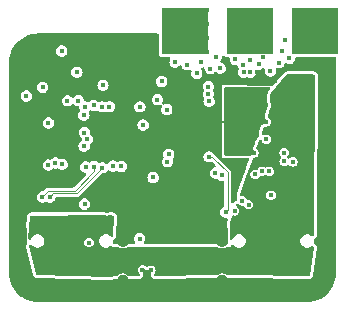
<source format=gbr>
%TF.GenerationSoftware,KiCad,Pcbnew,8.99.0-2194-gb3b7cbcab2*%
%TF.CreationDate,2024-11-16T00:43:09-05:00*%
%TF.ProjectId,minifoc esc,6d696e69-666f-4632-9065-73632e6b6963,V1.0*%
%TF.SameCoordinates,Original*%
%TF.FileFunction,Copper,L2,Inr*%
%TF.FilePolarity,Positive*%
%FSLAX46Y46*%
G04 Gerber Fmt 4.6, Leading zero omitted, Abs format (unit mm)*
G04 Created by KiCad (PCBNEW 8.99.0-2194-gb3b7cbcab2) date 2024-11-16 00:43:09*
%MOMM*%
%LPD*%
G01*
G04 APERTURE LIST*
%TA.AperFunction,ComponentPad*%
%ADD10O,1.000000X2.100000*%
%TD*%
%TA.AperFunction,ComponentPad*%
%ADD11O,1.000000X1.600000*%
%TD*%
%TA.AperFunction,ComponentPad*%
%ADD12R,4.000000X4.000000*%
%TD*%
%TA.AperFunction,ViaPad*%
%ADD13C,0.450000*%
%TD*%
%TA.AperFunction,Conductor*%
%ADD14C,0.199400*%
%TD*%
%TA.AperFunction,Conductor*%
%ADD15C,0.090000*%
%TD*%
G04 APERTURE END LIST*
D10*
%TO.N,GND*%
%TO.C,J6*%
X152270000Y-107580000D03*
D11*
X152270000Y-111760000D03*
D10*
X160910000Y-107580000D03*
D11*
X160910000Y-111760000D03*
%TD*%
D12*
%TO.N,OUTA*%
%TO.C,J2*%
X160170000Y-90302000D03*
%TO.N,OUTB*%
X154670000Y-90302000D03*
%TO.N,OUTC*%
X149170000Y-90302000D03*
%TD*%
D10*
%TO.N,GND*%
%TO.C,J4*%
X135220000Y-107580000D03*
D11*
X135220000Y-111760000D03*
D10*
X143860000Y-107580000D03*
D11*
X143860000Y-111760000D03*
%TD*%
D13*
%TO.N,VCC*%
X151090000Y-109910000D03*
X141680000Y-110800000D03*
X158655000Y-94410000D03*
X137670000Y-109630000D03*
X157410000Y-108610000D03*
X147410000Y-110350000D03*
X155760000Y-107860000D03*
X137790000Y-110770000D03*
X150660000Y-109110000D03*
X159760000Y-108890000D03*
X159380000Y-94250000D03*
X140430000Y-110800000D03*
X154570000Y-107790000D03*
X140230000Y-109650000D03*
X158730000Y-104220000D03*
X156780000Y-107850000D03*
X158140000Y-107790000D03*
X158510000Y-109680000D03*
X154730000Y-109600000D03*
X136510000Y-109200000D03*
X136740000Y-110210000D03*
X155060000Y-108650000D03*
X157450000Y-95100000D03*
X142500000Y-109990000D03*
X159440000Y-103530000D03*
X156170000Y-110770000D03*
X157290000Y-109620000D03*
X158690000Y-108590000D03*
X156200000Y-108740000D03*
X139110000Y-110800000D03*
X159560000Y-109960000D03*
X141450000Y-109710000D03*
X157430000Y-95990000D03*
X138960000Y-109780000D03*
X154850000Y-110740000D03*
X153570000Y-109170000D03*
X158090000Y-95320000D03*
X158740000Y-110770000D03*
X153800000Y-110180000D03*
X157490000Y-110770000D03*
X156020000Y-109750000D03*
X157810000Y-94440000D03*
%TO.N,GND*%
X150540000Y-98560000D03*
X153660000Y-96630000D03*
X141850000Y-97960000D03*
X149620000Y-102700000D03*
X155264895Y-93841572D03*
X151440000Y-106560000D03*
X156000000Y-98020000D03*
X153660000Y-99490000D03*
X143720000Y-94380000D03*
X156010000Y-99480000D03*
X144600000Y-97960000D03*
X144120000Y-105440000D03*
X154970000Y-96620000D03*
X145530000Y-110540000D03*
X147948500Y-106660000D03*
X137430000Y-96560000D03*
X143230000Y-99329700D03*
X161300000Y-94530000D03*
X141038847Y-105452729D03*
X160840000Y-104840000D03*
X145690000Y-92980000D03*
X134990000Y-99410000D03*
X135760000Y-101390000D03*
X136820000Y-93430000D03*
X152650000Y-96630000D03*
X153650000Y-98020000D03*
X136890000Y-102690000D03*
X138820000Y-104520000D03*
X144230000Y-96970300D03*
X153650000Y-95330000D03*
X146240000Y-110580000D03*
X140810000Y-90770000D03*
X134880000Y-92010000D03*
X156720300Y-94559700D03*
X139030000Y-93550000D03*
X154960000Y-100650000D03*
X141860000Y-100470000D03*
X153330000Y-105550000D03*
X144600000Y-100710000D03*
X147948500Y-105140000D03*
X149340000Y-96100000D03*
X135580000Y-98000000D03*
X152640000Y-98020000D03*
X156010000Y-96630000D03*
X147950000Y-107970000D03*
X142510000Y-105560000D03*
X156410000Y-104240000D03*
X154960000Y-95330000D03*
X153465410Y-93852712D03*
X136930000Y-103250000D03*
X152650000Y-99480000D03*
X139180000Y-90755000D03*
X154970000Y-99490000D03*
X154960000Y-98020000D03*
X153650000Y-100660000D03*
X134960000Y-98660000D03*
X160910000Y-93580000D03*
%TO.N,/FB_BK*%
X140720000Y-101850000D03*
X157530000Y-101370000D03*
X157520000Y-100620000D03*
X146430000Y-102730000D03*
X137570000Y-98110000D03*
X139980000Y-93820000D03*
X143040000Y-101760000D03*
X147160000Y-94600000D03*
X158250000Y-101410000D03*
X145580000Y-98290000D03*
%TO.N,/NFAULT*%
X146800000Y-96140000D03*
X151110245Y-95654919D03*
%TO.N,/SCLK*%
X147752573Y-100777135D03*
X151710000Y-102350000D03*
%TO.N,/SOC*%
X155060000Y-102470000D03*
X137561067Y-101678629D03*
%TO.N,/SOB*%
X155623837Y-102200339D03*
X138160000Y-101500000D03*
%TO.N,/NSCS*%
X147630000Y-101390000D03*
X152298591Y-102560211D03*
%TO.N,/SOA*%
X156248719Y-102188060D03*
X138730000Y-101600000D03*
%TO.N,/DRVOFF*%
X151100000Y-95030000D03*
X147590000Y-96980000D03*
%TO.N,/NSLEEP*%
X145310000Y-96750000D03*
X151174839Y-96276574D03*
%TO.N,/RP2040/+1.1V*%
X142190000Y-94920000D03*
X140630000Y-104980000D03*
X143730000Y-101790000D03*
%TO.N,OUTB*%
X152890000Y-89770000D03*
X152890000Y-88530000D03*
X154640000Y-92760000D03*
X156450000Y-92070000D03*
X152890000Y-90960000D03*
X156450000Y-90960000D03*
X154080000Y-93220000D03*
X153400000Y-92740000D03*
X154090000Y-93830000D03*
X155370000Y-93120000D03*
X155750000Y-92560000D03*
X152890000Y-92070000D03*
X154690000Y-88530000D03*
X154690000Y-92070000D03*
X154640000Y-93830000D03*
X156450000Y-88530000D03*
X156450000Y-89770000D03*
%TO.N,OUTC*%
X150950000Y-89770000D03*
X149310000Y-93170000D03*
X147620000Y-92070000D03*
X150950000Y-90960000D03*
X149190000Y-92070000D03*
X151270000Y-93520000D03*
X147620000Y-89770000D03*
X152130000Y-93480000D03*
X147620000Y-90960000D03*
X150950000Y-92070000D03*
X150950000Y-88530000D03*
X151780000Y-92490000D03*
X149190000Y-88530000D03*
X150130000Y-93920000D03*
X147620000Y-88530000D03*
X148280000Y-92970000D03*
X150450000Y-92970000D03*
%TO.N,OUTA*%
X160190000Y-92070000D03*
X161720000Y-92070000D03*
X157320000Y-92030000D03*
X156350000Y-93720000D03*
X158390000Y-92070000D03*
X157620000Y-91060000D03*
X161720000Y-89770000D03*
X161710000Y-88530000D03*
X161720000Y-90960000D03*
X158390000Y-90960000D03*
X160190000Y-88530000D03*
X158390000Y-88530000D03*
X157090000Y-93010000D03*
X158390000Y-89770000D03*
X157970000Y-92650000D03*
%TO.N,Net-(J4-CC2)*%
X141000000Y-108240000D03*
X145290000Y-107910000D03*
%TO.N,/RP2040/RUN*%
X151170000Y-100980000D03*
X141400000Y-96630000D03*
X152560000Y-105660000D03*
%TO.N,Net-(U2-USB_DP)*%
X142129421Y-101910221D03*
X137684463Y-104375537D03*
%TO.N,Net-(U2-USB_DM)*%
X137059482Y-104380660D03*
X141440000Y-101810000D03*
%TO.N,/RP2040/UART1_TX*%
X139180000Y-96240000D03*
%TO.N,/RP2040/SWCLK*%
X142734500Y-96740300D03*
%TO.N,/RP2040/SWD*%
X142109593Y-96751263D03*
%TO.N,/RP2040/UART0_RX*%
X140100000Y-96220000D03*
X154509308Y-105032356D03*
%TO.N,/RP2040/UART0_TX*%
X153980000Y-104700000D03*
X140650000Y-96750000D03*
%TO.N,/RP2040/UART1_RX*%
X140570000Y-97450000D03*
%TO.N,/RP2040/LED1*%
X135690000Y-95830000D03*
X140590000Y-100060000D03*
%TO.N,/RP2040/LED2*%
X137080000Y-95100000D03*
X140869205Y-99496829D03*
%TO.N,/RP2040/LED3*%
X140613608Y-98926480D03*
X138700000Y-92020000D03*
%TD*%
D14*
%TO.N,GND*%
X152640000Y-98020000D02*
X152100000Y-98020000D01*
D15*
%TO.N,/RP2040/RUN*%
X152560000Y-105660000D02*
X152743591Y-105476409D01*
X151420000Y-100980000D02*
X151170000Y-100980000D01*
X152743591Y-102303591D02*
X151420000Y-100980000D01*
X152743591Y-105476409D02*
X152743591Y-102303591D01*
%TO.N,Net-(U2-USB_DP)*%
X139964642Y-104075000D02*
X142129421Y-101910221D01*
X137985000Y-104075000D02*
X139964642Y-104075000D01*
X137684463Y-104375537D02*
X137985000Y-104075000D01*
%TO.N,Net-(U2-USB_DM)*%
X137555674Y-103875000D02*
X139785000Y-103875000D01*
X141440000Y-102220000D02*
X141440000Y-101810000D01*
X137059482Y-104380660D02*
X137059482Y-104371192D01*
X139785000Y-103875000D02*
X141440000Y-102220000D01*
X137059482Y-104371192D02*
X137555674Y-103875000D01*
%TD*%
%TA.AperFunction,Conductor*%
%TO.N,VCC*%
G36*
X157703148Y-94052993D02*
G01*
X156420000Y-95550000D01*
X157703149Y-94052991D01*
X157703148Y-94052993D01*
G37*
%TD.AperFunction*%
%TA.AperFunction,Conductor*%
G36*
X159548577Y-94000425D02*
G01*
X159549646Y-94000280D01*
X159600033Y-94000650D01*
X159600112Y-94002184D01*
X157796160Y-94009764D01*
X157796623Y-94009695D01*
X159548068Y-94000279D01*
X159548577Y-94000425D01*
G37*
%TD.AperFunction*%
%TD*%
%TA.AperFunction,Conductor*%
%TO.N,GND*%
G36*
X156296176Y-95084966D02*
G01*
X156342002Y-95137708D01*
X156352040Y-95206853D01*
X156323426Y-95270070D01*
X156195855Y-95418902D01*
X156184884Y-95432630D01*
X156174729Y-95446273D01*
X156174724Y-95446282D01*
X156134536Y-95526841D01*
X156134535Y-95526845D01*
X156114850Y-95593883D01*
X156114848Y-95593891D01*
X156104697Y-95664500D01*
X156104500Y-95665870D01*
X156104500Y-96404966D01*
X156111559Y-96464611D01*
X156119987Y-96499718D01*
X156125074Y-96520904D01*
X156125077Y-96520914D01*
X156146177Y-96578110D01*
X156152314Y-96601627D01*
X156153735Y-96610598D01*
X156153735Y-96649398D01*
X156152313Y-96658375D01*
X156146176Y-96681894D01*
X156145864Y-96682737D01*
X156145864Y-96682739D01*
X156132012Y-96720285D01*
X156125074Y-96739092D01*
X156111559Y-96795384D01*
X156109501Y-96812766D01*
X156103234Y-96839617D01*
X155893121Y-97432305D01*
X155893117Y-97432318D01*
X155883107Y-97469024D01*
X155876094Y-97505155D01*
X155874284Y-97515647D01*
X155878908Y-97615239D01*
X155878908Y-97615241D01*
X155895699Y-97683043D01*
X155895704Y-97683060D01*
X155910550Y-97726119D01*
X155968277Y-97807390D01*
X156019071Y-97855363D01*
X156019079Y-97855369D01*
X156082129Y-97899816D01*
X156081727Y-97900385D01*
X156098818Y-97913757D01*
X156104880Y-97919819D01*
X156127684Y-97951205D01*
X156130707Y-97957138D01*
X156142695Y-97994034D01*
X156143735Y-98000600D01*
X156143735Y-98039398D01*
X156142695Y-98045964D01*
X156130707Y-98082860D01*
X156127685Y-98088791D01*
X156126298Y-98090699D01*
X156126032Y-98091923D01*
X156104881Y-98120177D01*
X156100177Y-98124881D01*
X156068799Y-98147681D01*
X156062871Y-98150702D01*
X156025958Y-98162696D01*
X156019389Y-98163736D01*
X155980607Y-98163735D01*
X155963893Y-98161088D01*
X155932777Y-98158096D01*
X155932748Y-98158095D01*
X155902513Y-98157045D01*
X155898622Y-98156940D01*
X155898621Y-98156940D01*
X155800480Y-98174490D01*
X155735414Y-98199975D01*
X155694665Y-98220295D01*
X155694662Y-98220297D01*
X155621599Y-98288111D01*
X155621597Y-98288113D01*
X155621596Y-98288115D01*
X155594296Y-98325851D01*
X155580645Y-98344720D01*
X155546840Y-98409103D01*
X155369790Y-98908524D01*
X155365901Y-98920412D01*
X155362420Y-98932008D01*
X155362419Y-98932014D01*
X155362419Y-98932015D01*
X155355852Y-98984532D01*
X155351864Y-99016419D01*
X155351864Y-99016423D01*
X155354854Y-99086211D01*
X155354855Y-99086215D01*
X155360854Y-99131367D01*
X155360855Y-99131372D01*
X155375928Y-99165336D01*
X155385128Y-99234597D01*
X155355423Y-99297837D01*
X155342578Y-99310383D01*
X155331216Y-99319975D01*
X155299149Y-99335965D01*
X155226081Y-99403785D01*
X155225770Y-99404215D01*
X155216883Y-99416498D01*
X155216883Y-99416499D01*
X155185130Y-99460391D01*
X155151321Y-99524783D01*
X155151319Y-99524788D01*
X155053713Y-99800120D01*
X155053713Y-99800121D01*
X154940459Y-100119586D01*
X154926285Y-100188811D01*
X154921992Y-100256588D01*
X154921992Y-100256615D01*
X154922944Y-100300057D01*
X154922945Y-100300066D01*
X154947735Y-100379234D01*
X154952734Y-100395198D01*
X154952736Y-100395202D01*
X154952737Y-100395204D01*
X154986215Y-100456515D01*
X154986220Y-100456523D01*
X155029796Y-100514734D01*
X155029811Y-100514751D01*
X155064880Y-100549819D01*
X155066271Y-100551735D01*
X155067361Y-100552371D01*
X155087692Y-100581221D01*
X155090713Y-100587152D01*
X155102692Y-100624021D01*
X155103733Y-100630589D01*
X155103735Y-100669402D01*
X155102695Y-100675967D01*
X155090707Y-100712860D01*
X155087685Y-100718791D01*
X155086298Y-100720699D01*
X155086032Y-100721923D01*
X155064881Y-100750177D01*
X155060176Y-100754882D01*
X155028791Y-100777685D01*
X155022866Y-100780704D01*
X154985969Y-100792693D01*
X154966865Y-100795719D01*
X154966835Y-100795715D01*
X154925850Y-100802213D01*
X154925844Y-100802214D01*
X154919768Y-100803177D01*
X154919767Y-100803176D01*
X154911148Y-100804544D01*
X154911123Y-100804548D01*
X154888791Y-100808085D01*
X154863635Y-100817938D01*
X154863293Y-100818071D01*
X154817339Y-100835912D01*
X154816068Y-100836569D01*
X154798254Y-100843546D01*
X154757492Y-100863872D01*
X154751725Y-100867864D01*
X154685396Y-100889825D01*
X154680155Y-100889893D01*
X152542990Y-100872491D01*
X152476113Y-100852261D01*
X152430790Y-100799086D01*
X152420000Y-100748495D01*
X152420000Y-95194364D01*
X152439685Y-95127325D01*
X152492489Y-95081570D01*
X152543830Y-95070364D01*
X156229112Y-95065372D01*
X156296176Y-95084966D01*
G37*
%TD.AperFunction*%
%TA.AperFunction,Conductor*%
G36*
X146862539Y-90550185D02*
G01*
X146908294Y-90602989D01*
X146919500Y-90654500D01*
X146919500Y-92326678D01*
X146934032Y-92399735D01*
X146934033Y-92399739D01*
X146934034Y-92399740D01*
X146989399Y-92482601D01*
X147067073Y-92534500D01*
X147072260Y-92537966D01*
X147072264Y-92537967D01*
X147145321Y-92552499D01*
X147145324Y-92552500D01*
X147145326Y-92552500D01*
X147754979Y-92552500D01*
X147822018Y-92572185D01*
X147867773Y-92624989D01*
X147877717Y-92694147D01*
X147867773Y-92728011D01*
X147819070Y-92834654D01*
X147819068Y-92834662D01*
X147799610Y-92970000D01*
X147819068Y-93105337D01*
X147819070Y-93105345D01*
X147875867Y-93229714D01*
X147875872Y-93229721D01*
X147965409Y-93333053D01*
X147965413Y-93333057D01*
X148010046Y-93361740D01*
X148080439Y-93406978D01*
X148098963Y-93412417D01*
X148211632Y-93445500D01*
X148211633Y-93445500D01*
X148348367Y-93445500D01*
X148479561Y-93406978D01*
X148594589Y-93333055D01*
X148643174Y-93276983D01*
X148701949Y-93239211D01*
X148771818Y-93239210D01*
X148830597Y-93276984D01*
X148849675Y-93306669D01*
X148905870Y-93429718D01*
X148905871Y-93429719D01*
X148905872Y-93429721D01*
X148995409Y-93533053D01*
X148995413Y-93533057D01*
X149049219Y-93567635D01*
X149110439Y-93606978D01*
X149172807Y-93625291D01*
X149241632Y-93645500D01*
X149241633Y-93645500D01*
X149378367Y-93645500D01*
X149509561Y-93606978D01*
X149509569Y-93606972D01*
X149511201Y-93606228D01*
X149512997Y-93605969D01*
X149518070Y-93604480D01*
X149518283Y-93605208D01*
X149580358Y-93596275D01*
X149643918Y-93625291D01*
X149681700Y-93684063D01*
X149681710Y-93753933D01*
X149675524Y-93770522D01*
X149669070Y-93784653D01*
X149669068Y-93784662D01*
X149649610Y-93920000D01*
X149669068Y-94055337D01*
X149669070Y-94055345D01*
X149725867Y-94179714D01*
X149725872Y-94179721D01*
X149815409Y-94283053D01*
X149815413Y-94283057D01*
X149875979Y-94321979D01*
X149930439Y-94356978D01*
X149996036Y-94376239D01*
X150061632Y-94395500D01*
X150061633Y-94395500D01*
X150198367Y-94395500D01*
X150329561Y-94356978D01*
X150444589Y-94283055D01*
X150534130Y-94179718D01*
X150590931Y-94055342D01*
X150610390Y-93920000D01*
X150590931Y-93784658D01*
X150570409Y-93739721D01*
X150534132Y-93660285D01*
X150534127Y-93660277D01*
X150508924Y-93631191D01*
X150479900Y-93567635D01*
X150489844Y-93498477D01*
X150535600Y-93445674D01*
X150567698Y-93431014D01*
X150631040Y-93412416D01*
X150700909Y-93412417D01*
X150759687Y-93450192D01*
X150788711Y-93513747D01*
X150809068Y-93655337D01*
X150809070Y-93655345D01*
X150865867Y-93779714D01*
X150865872Y-93779721D01*
X150955409Y-93883053D01*
X150955413Y-93883057D01*
X151008197Y-93916978D01*
X151070439Y-93956978D01*
X151136036Y-93976239D01*
X151201632Y-93995500D01*
X151201633Y-93995500D01*
X151338367Y-93995500D01*
X151469561Y-93956978D01*
X151584589Y-93883055D01*
X151619251Y-93843053D01*
X151623617Y-93838014D01*
X151682395Y-93800239D01*
X151752264Y-93800239D01*
X151811041Y-93838011D01*
X151815411Y-93843055D01*
X151815414Y-93843057D01*
X151815413Y-93843057D01*
X151875979Y-93881979D01*
X151930439Y-93916978D01*
X151996036Y-93936239D01*
X152061632Y-93955500D01*
X152061633Y-93955500D01*
X152198367Y-93955500D01*
X152329561Y-93916978D01*
X152444589Y-93843055D01*
X152534130Y-93739718D01*
X152590931Y-93615342D01*
X152610390Y-93480000D01*
X152590931Y-93344658D01*
X152556705Y-93269714D01*
X152534132Y-93220285D01*
X152534127Y-93220278D01*
X152444590Y-93116946D01*
X152444586Y-93116942D01*
X152329559Y-93043020D01*
X152196157Y-93003850D01*
X152137379Y-92966075D01*
X152108354Y-92902520D01*
X152118298Y-92833361D01*
X152137375Y-92803676D01*
X152184130Y-92749718D01*
X152240931Y-92625342D01*
X152255763Y-92522176D01*
X152284787Y-92458622D01*
X152343565Y-92420847D01*
X152413435Y-92420847D01*
X152472213Y-92458620D01*
X152481601Y-92470931D01*
X152489399Y-92482601D01*
X152548631Y-92522178D01*
X152572260Y-92537966D01*
X152572264Y-92537967D01*
X152645321Y-92552499D01*
X152645324Y-92552500D01*
X152645326Y-92552500D01*
X152803465Y-92552500D01*
X152870504Y-92572185D01*
X152916259Y-92624989D01*
X152926202Y-92694145D01*
X152919610Y-92740000D01*
X152939068Y-92875337D01*
X152939070Y-92875345D01*
X152995867Y-92999714D01*
X152995872Y-92999721D01*
X153085409Y-93103053D01*
X153085413Y-93103057D01*
X153137962Y-93136827D01*
X153200439Y-93176978D01*
X153250373Y-93191640D01*
X153331632Y-93215500D01*
X153331633Y-93215500D01*
X153468366Y-93215500D01*
X153468367Y-93215500D01*
X153468367Y-93215499D01*
X153473574Y-93214751D01*
X153542733Y-93224692D01*
X153595539Y-93270445D01*
X153607411Y-93294164D01*
X153612069Y-93306655D01*
X153619069Y-93355342D01*
X153675870Y-93479718D01*
X153677155Y-93481201D01*
X153681415Y-93492624D01*
X153683600Y-93523220D01*
X153687968Y-93553596D01*
X153686200Y-93559613D01*
X153686394Y-93562316D01*
X153684260Y-93566222D01*
X153678025Y-93587458D01*
X153629069Y-93694657D01*
X153629068Y-93694662D01*
X153609610Y-93830000D01*
X153629068Y-93965337D01*
X153629070Y-93965345D01*
X153685867Y-94089714D01*
X153685872Y-94089721D01*
X153775409Y-94193053D01*
X153775413Y-94193057D01*
X153835979Y-94231979D01*
X153890439Y-94266978D01*
X153945192Y-94283055D01*
X154021632Y-94305500D01*
X154021633Y-94305500D01*
X154158367Y-94305500D01*
X154289561Y-94266978D01*
X154297959Y-94261581D01*
X154364998Y-94241895D01*
X154432035Y-94261577D01*
X154432040Y-94261580D01*
X154432041Y-94261581D01*
X154440439Y-94266978D01*
X154571632Y-94305500D01*
X154571633Y-94305500D01*
X154708367Y-94305500D01*
X154839561Y-94266978D01*
X154954589Y-94193055D01*
X155044130Y-94089718D01*
X155100931Y-93965342D01*
X155120390Y-93830000D01*
X155104658Y-93720582D01*
X155114602Y-93651426D01*
X155160356Y-93598622D01*
X155227396Y-93578937D01*
X155262331Y-93583960D01*
X155301632Y-93595500D01*
X155301633Y-93595500D01*
X155438367Y-93595500D01*
X155569561Y-93556978D01*
X155669699Y-93492624D01*
X155692051Y-93478260D01*
X155692942Y-93479646D01*
X155747145Y-93454886D01*
X155816305Y-93464822D01*
X155869113Y-93510572D01*
X155888805Y-93577609D01*
X155887543Y-93595268D01*
X155873253Y-93694662D01*
X155869610Y-93720000D01*
X155875004Y-93757518D01*
X155889068Y-93855337D01*
X155889070Y-93855345D01*
X155945867Y-93979714D01*
X155945872Y-93979721D01*
X156035409Y-94083053D01*
X156035413Y-94083057D01*
X156095979Y-94121979D01*
X156150439Y-94156978D01*
X156216036Y-94176239D01*
X156281632Y-94195500D01*
X156281633Y-94195500D01*
X156418367Y-94195500D01*
X156549561Y-94156978D01*
X156664589Y-94083055D01*
X156754130Y-93979718D01*
X156810931Y-93855342D01*
X156830390Y-93720000D01*
X156814217Y-93607515D01*
X156824160Y-93538360D01*
X156869915Y-93485556D01*
X156936955Y-93465871D01*
X156971888Y-93470893D01*
X157021633Y-93485500D01*
X157158367Y-93485500D01*
X157289561Y-93446978D01*
X157398480Y-93376980D01*
X157404586Y-93373057D01*
X157404586Y-93373056D01*
X157404589Y-93373055D01*
X157494130Y-93269718D01*
X157495354Y-93267039D01*
X157509757Y-93235500D01*
X157550931Y-93145342D01*
X157550932Y-93145334D01*
X157553431Y-93136827D01*
X157557006Y-93137877D01*
X157578609Y-93090363D01*
X157637323Y-93052490D01*
X157707193Y-93052372D01*
X157739491Y-93067089D01*
X157770439Y-93086978D01*
X157770441Y-93086978D01*
X157770442Y-93086979D01*
X157901632Y-93125500D01*
X157901633Y-93125500D01*
X158038367Y-93125500D01*
X158169561Y-93086978D01*
X158284589Y-93013055D01*
X158374130Y-92909718D01*
X158430931Y-92785342D01*
X158449117Y-92658852D01*
X158478142Y-92595298D01*
X158536920Y-92557523D01*
X158571855Y-92552500D01*
X161815500Y-92552500D01*
X161882539Y-92572185D01*
X161928294Y-92624989D01*
X161939500Y-92676500D01*
X161939500Y-110776249D01*
X161939274Y-110783736D01*
X161921728Y-111073794D01*
X161919923Y-111088659D01*
X161868219Y-111370798D01*
X161864635Y-111385336D01*
X161779306Y-111659167D01*
X161773997Y-111673168D01*
X161656275Y-111934736D01*
X161649316Y-111947995D01*
X161500928Y-112193459D01*
X161492422Y-112205782D01*
X161315526Y-112431573D01*
X161305596Y-112442781D01*
X161102781Y-112645596D01*
X161091573Y-112655526D01*
X160865782Y-112832422D01*
X160853459Y-112840928D01*
X160607995Y-112989316D01*
X160594736Y-112996275D01*
X160333168Y-113113997D01*
X160319167Y-113119306D01*
X160045336Y-113204635D01*
X160030798Y-113208219D01*
X159748659Y-113259923D01*
X159733794Y-113261728D01*
X159443736Y-113279274D01*
X159436249Y-113279500D01*
X136784817Y-113279500D01*
X136777212Y-113279499D01*
X136777209Y-113279499D01*
X136747020Y-113279499D01*
X136715063Y-113279499D01*
X136715062Y-113279498D01*
X136707579Y-113279273D01*
X136417519Y-113261730D01*
X136402654Y-113259925D01*
X136120522Y-113208224D01*
X136105989Y-113204642D01*
X135969060Y-113161975D01*
X135832138Y-113119309D01*
X135818137Y-113113999D01*
X135556573Y-112996280D01*
X135543314Y-112989321D01*
X135297849Y-112840933D01*
X135285526Y-112832427D01*
X135059737Y-112655535D01*
X135048529Y-112645606D01*
X134845704Y-112442783D01*
X134835774Y-112431574D01*
X134835773Y-112431573D01*
X134658876Y-112205781D01*
X134650378Y-112193470D01*
X134501978Y-111947988D01*
X134495029Y-111934746D01*
X134377302Y-111673168D01*
X134372003Y-111659198D01*
X134286660Y-111385322D01*
X134283081Y-111370800D01*
X134231375Y-111088659D01*
X134229571Y-111073796D01*
X134225460Y-111005839D01*
X134212046Y-110784066D01*
X134211820Y-110776579D01*
X134211820Y-107877797D01*
X135607991Y-107877797D01*
X135607991Y-107877807D01*
X135620066Y-107960935D01*
X135620068Y-107960945D01*
X135641340Y-108027491D01*
X135648857Y-108045337D01*
X135659020Y-108069467D01*
X135699816Y-108119480D01*
X135722035Y-108146719D01*
X135735540Y-108157870D01*
X135774703Y-108215732D01*
X135776366Y-108285582D01*
X135757278Y-108325543D01*
X135757335Y-108325581D01*
X135757068Y-108325983D01*
X135756830Y-108326483D01*
X135755813Y-108327878D01*
X135755803Y-108327894D01*
X135732380Y-108366945D01*
X135732379Y-108366949D01*
X135707267Y-108463413D01*
X135707264Y-108463429D01*
X135703193Y-108533165D01*
X135709331Y-108605637D01*
X136259224Y-110983117D01*
X136265595Y-111005825D01*
X136265602Y-111005848D01*
X136272794Y-111027570D01*
X136319558Y-111111420D01*
X136319560Y-111111422D01*
X136319561Y-111111424D01*
X136364453Y-111164964D01*
X136396711Y-111197118D01*
X136484285Y-111244753D01*
X136550996Y-111265523D01*
X136622801Y-111277039D01*
X142684125Y-111375437D01*
X142687976Y-111375471D01*
X142689277Y-111375471D01*
X142689419Y-111375472D01*
X142689421Y-111375473D01*
X142691184Y-111375477D01*
X142694811Y-111375460D01*
X143297226Y-111368275D01*
X143322674Y-111366055D01*
X143335388Y-111364947D01*
X143335389Y-111364946D01*
X143335398Y-111364946D01*
X143371998Y-111358963D01*
X143382803Y-111356957D01*
X143474570Y-111318007D01*
X143523583Y-111284637D01*
X143523582Y-111284636D01*
X143549329Y-111267108D01*
X143553053Y-111263464D01*
X143559685Y-111257444D01*
X143562175Y-111255781D01*
X143566458Y-111251497D01*
X143625074Y-111192881D01*
X143643865Y-111177460D01*
X143652772Y-111171509D01*
X143681686Y-111152189D01*
X143703122Y-111140731D01*
X143720979Y-111133333D01*
X143745166Y-111123315D01*
X143768426Y-111116259D01*
X143790911Y-111111786D01*
X143813059Y-111107382D01*
X143837247Y-111105000D01*
X143882752Y-111105000D01*
X143906941Y-111107381D01*
X143951568Y-111116258D01*
X143974830Y-111123315D01*
X144016878Y-111140732D01*
X144038310Y-111152188D01*
X144076148Y-111177470D01*
X144094934Y-111192888D01*
X144145814Y-111243768D01*
X144145836Y-111243789D01*
X144154470Y-111251497D01*
X144167356Y-111263002D01*
X144170412Y-111265435D01*
X144189332Y-111280497D01*
X144190437Y-111281371D01*
X144190441Y-111281374D01*
X144279321Y-111326525D01*
X144279323Y-111326525D01*
X144279327Y-111326527D01*
X144305432Y-111333855D01*
X144346591Y-111345409D01*
X144418693Y-111354900D01*
X145219863Y-111345345D01*
X145247459Y-111343519D01*
X145274072Y-111340304D01*
X145274380Y-111340266D01*
X145369080Y-111309116D01*
X145429917Y-111274755D01*
X145467419Y-111248912D01*
X145530245Y-111171509D01*
X145562848Y-111109712D01*
X145580426Y-111067693D01*
X145591431Y-110968611D01*
X145585448Y-110898998D01*
X145580815Y-110872798D01*
X145577518Y-110854148D01*
X145577517Y-110854147D01*
X145577517Y-110854143D01*
X145533205Y-110764841D01*
X145499131Y-110720660D01*
X145499130Y-110720660D01*
X145484616Y-110701841D01*
X145484614Y-110701838D01*
X145482043Y-110698505D01*
X145479224Y-110694285D01*
X145477323Y-110692384D01*
X145477185Y-110692205D01*
X145476686Y-110691747D01*
X145425118Y-110640179D01*
X145423732Y-110638271D01*
X145422650Y-110637640D01*
X145402314Y-110608793D01*
X145399292Y-110602862D01*
X145387303Y-110565960D01*
X145386263Y-110559392D01*
X145386263Y-110520606D01*
X145387303Y-110514038D01*
X145399290Y-110477139D01*
X145402317Y-110471199D01*
X145403701Y-110469294D01*
X145403968Y-110468071D01*
X145425116Y-110439820D01*
X145429809Y-110435127D01*
X145461212Y-110412316D01*
X145467177Y-110409278D01*
X145504058Y-110397300D01*
X145510615Y-110396262D01*
X145549381Y-110396262D01*
X145555952Y-110397302D01*
X145592865Y-110409294D01*
X145598801Y-110412319D01*
X145630177Y-110435117D01*
X145636645Y-110441585D01*
X145636655Y-110441594D01*
X145652009Y-110453967D01*
X145679179Y-110475863D01*
X145723524Y-110504363D01*
X145723550Y-110504377D01*
X145723552Y-110504379D01*
X145747281Y-110517892D01*
X145747282Y-110517892D01*
X145747287Y-110517895D01*
X145843425Y-110544273D01*
X145913116Y-110549260D01*
X145958657Y-110548449D01*
X146053794Y-110518663D01*
X146115118Y-110485180D01*
X146124521Y-110478140D01*
X146142537Y-110466922D01*
X146155334Y-110460402D01*
X146155333Y-110460401D01*
X146177137Y-110449292D01*
X146214039Y-110437303D01*
X146220615Y-110436262D01*
X146259384Y-110436262D01*
X146261207Y-110436550D01*
X146265955Y-110437302D01*
X146302860Y-110449291D01*
X146308794Y-110452314D01*
X146310701Y-110453700D01*
X146311925Y-110453967D01*
X146340179Y-110475118D01*
X146344880Y-110479819D01*
X146367684Y-110511205D01*
X146370707Y-110517138D01*
X146382695Y-110554034D01*
X146383735Y-110560600D01*
X146383735Y-110599398D01*
X146382695Y-110605964D01*
X146370707Y-110642860D01*
X146367684Y-110648793D01*
X146345080Y-110679914D01*
X146345094Y-110679928D01*
X146344997Y-110680028D01*
X146344908Y-110680152D01*
X146344192Y-110680868D01*
X146336827Y-110688546D01*
X146329851Y-110696128D01*
X146329841Y-110696142D01*
X146284210Y-110765769D01*
X146255949Y-110829657D01*
X146255948Y-110829659D01*
X146241305Y-110872799D01*
X146238009Y-110951969D01*
X146237158Y-110972402D01*
X146242375Y-111005848D01*
X146247927Y-111041444D01*
X146258927Y-111085628D01*
X146258929Y-111085634D01*
X146309285Y-111171663D01*
X146309286Y-111171665D01*
X146309288Y-111171667D01*
X146355669Y-111223922D01*
X146388823Y-111255158D01*
X146477704Y-111300308D01*
X146544974Y-111319191D01*
X146617072Y-111328681D01*
X151809938Y-111266747D01*
X151823127Y-111266249D01*
X151823157Y-111266247D01*
X151823159Y-111266247D01*
X151824503Y-111266161D01*
X151835911Y-111265435D01*
X151919379Y-111245694D01*
X151974167Y-111222473D01*
X151974166Y-111222472D01*
X152002594Y-111210424D01*
X152007720Y-111207099D01*
X152015201Y-111202658D01*
X152017713Y-111201618D01*
X152022779Y-111198233D01*
X152022786Y-111198229D01*
X152043948Y-111184088D01*
X152043947Y-111184087D01*
X152071110Y-111165938D01*
X152071113Y-111165936D01*
X152091688Y-111152188D01*
X152113124Y-111140730D01*
X152115111Y-111139907D01*
X152155169Y-111123314D01*
X152178426Y-111116259D01*
X152200911Y-111111786D01*
X152223059Y-111107382D01*
X152247247Y-111105000D01*
X152292752Y-111105000D01*
X152316941Y-111107382D01*
X152328585Y-111109698D01*
X152361571Y-111116258D01*
X152384833Y-111123316D01*
X152426875Y-111140731D01*
X152448312Y-111152189D01*
X152507781Y-111191925D01*
X152510972Y-111194023D01*
X152514072Y-111196028D01*
X152545975Y-111210424D01*
X152569618Y-111221093D01*
X152583775Y-111227481D01*
X152651045Y-111246365D01*
X152723147Y-111255856D01*
X153588047Y-111245540D01*
X153591203Y-111245543D01*
X159586575Y-111333856D01*
X159625552Y-111331446D01*
X159625561Y-111331444D01*
X159625572Y-111331444D01*
X159662952Y-111326242D01*
X159662962Y-111326240D01*
X159662979Y-111326238D01*
X159674537Y-111324359D01*
X159767100Y-111287340D01*
X159825666Y-111249237D01*
X159825671Y-111249232D01*
X159825678Y-111249228D01*
X159853354Y-111227478D01*
X159861479Y-111221093D01*
X159919333Y-111139907D01*
X159948001Y-111076190D01*
X159968098Y-111006299D01*
X160283498Y-108721780D01*
X160284666Y-108711909D01*
X160285612Y-108702315D01*
X160280338Y-108619949D01*
X160264670Y-108551858D01*
X160250541Y-108508557D01*
X160194167Y-108426336D01*
X160151675Y-108384849D01*
X160144172Y-108377524D01*
X160131152Y-108366905D01*
X160108877Y-108348739D01*
X160108875Y-108348738D01*
X160105354Y-108346621D01*
X160102570Y-108343596D01*
X160102005Y-108343135D01*
X160102071Y-108343053D01*
X160058042Y-108295207D01*
X160045373Y-108234791D01*
X160045978Y-108221300D01*
X160055500Y-108185766D01*
X160055500Y-108034234D01*
X160054534Y-108030630D01*
X160055149Y-108016936D01*
X160063078Y-107993818D01*
X160066842Y-107969663D01*
X160074215Y-107961352D01*
X160077819Y-107950847D01*
X160096988Y-107935686D01*
X160113213Y-107917400D01*
X160117261Y-107914972D01*
X160149014Y-107896732D01*
X160162906Y-107888752D01*
X160215538Y-107842799D01*
X160247042Y-107809903D01*
X160292917Y-107721394D01*
X160312349Y-107654281D01*
X160322427Y-107582262D01*
X160320504Y-107070552D01*
X160320504Y-107069564D01*
X160322404Y-106618011D01*
X160374971Y-94126121D01*
X160369134Y-94070736D01*
X160357712Y-94018229D01*
X160350134Y-93990832D01*
X160300439Y-93904410D01*
X160254462Y-93851799D01*
X160254452Y-93851790D01*
X160254446Y-93851783D01*
X160221559Y-93820316D01*
X160221555Y-93820313D01*
X160133031Y-93774478D01*
X160072786Y-93757063D01*
X160065909Y-93755075D01*
X160065907Y-93755074D01*
X160065905Y-93755074D01*
X159993876Y-93745026D01*
X159622038Y-93746588D01*
X159618346Y-93746548D01*
X159607273Y-93746264D01*
X159601909Y-93745157D01*
X159551522Y-93744787D01*
X159550955Y-93744823D01*
X159548880Y-93744770D01*
X157817629Y-93754078D01*
X157795249Y-93754199D01*
X157795244Y-93754199D01*
X157758967Y-93756985D01*
X157758951Y-93756987D01*
X157758047Y-93757122D01*
X157758025Y-93757126D01*
X157755522Y-93757499D01*
X157755391Y-93757518D01*
X157723994Y-93762204D01*
X157715005Y-93763711D01*
X157648941Y-93790115D01*
X157622434Y-93800710D01*
X157622432Y-93800711D01*
X157622430Y-93800712D01*
X157563864Y-93838796D01*
X157510323Y-93885695D01*
X157509341Y-93886533D01*
X157509164Y-93886708D01*
X156779443Y-94738050D01*
X156602688Y-94944263D01*
X156544113Y-94982353D01*
X156474244Y-94982728D01*
X156420584Y-94950971D01*
X156420183Y-94950569D01*
X156420184Y-94950568D01*
X156392732Y-94950434D01*
X152470207Y-94931395D01*
X152470206Y-94931395D01*
X152420000Y-94931151D01*
X152420000Y-94929900D01*
X152400520Y-94931056D01*
X152396538Y-94931037D01*
X152396537Y-94931036D01*
X152297270Y-94930557D01*
X152286526Y-94936390D01*
X152267821Y-94938941D01*
X152249999Y-94940000D01*
X152229999Y-100989998D01*
X152230000Y-100989998D01*
X152230000Y-100990000D01*
X152230001Y-100989999D01*
X152261664Y-101020139D01*
X152264340Y-101024766D01*
X152300170Y-101060515D01*
X154432811Y-101055667D01*
X154461467Y-101064011D01*
X154490733Y-101069879D01*
X154494653Y-101073673D01*
X154499892Y-101075199D01*
X154519489Y-101097712D01*
X154540938Y-101118472D01*
X154542184Y-101123783D01*
X154545767Y-101127899D01*
X154550082Y-101157434D01*
X154556902Y-101186493D01*
X154555412Y-101193920D01*
X154555868Y-101197035D01*
X154549964Y-101221098D01*
X154497178Y-101369999D01*
X154180004Y-102264687D01*
X154137483Y-102384631D01*
X154107219Y-102469999D01*
X153545566Y-104054313D01*
X153545560Y-104054332D01*
X153534272Y-104098185D01*
X153527158Y-104141392D01*
X153524867Y-104159197D01*
X153524866Y-104159206D01*
X153533261Y-104239996D01*
X153535169Y-104258362D01*
X153543518Y-104285363D01*
X153552825Y-104315463D01*
X153552825Y-104315464D01*
X153555806Y-104325106D01*
X153570358Y-104360599D01*
X153570901Y-104362018D01*
X153573561Y-104395413D01*
X153577024Y-104428745D01*
X153576380Y-104430788D01*
X153576450Y-104431667D01*
X153575607Y-104433239D01*
X153567869Y-104457801D01*
X153519068Y-104564659D01*
X153519068Y-104564661D01*
X153511453Y-104617624D01*
X153482427Y-104681180D01*
X153433942Y-104715434D01*
X153424305Y-104719208D01*
X153424300Y-104719210D01*
X153424297Y-104719212D01*
X153403919Y-104729373D01*
X153383541Y-104739534D01*
X153333927Y-104785584D01*
X153310474Y-104807352D01*
X153303032Y-104817639D01*
X153269523Y-104863955D01*
X153268484Y-104865633D01*
X153267990Y-104866074D01*
X153266927Y-104867545D01*
X153266607Y-104867313D01*
X153216432Y-104912241D01*
X153147444Y-104923309D01*
X153083424Y-104895322D01*
X153044698Y-104837167D01*
X153039091Y-104800300D01*
X153039091Y-102264689D01*
X153039091Y-102264688D01*
X153031770Y-102237367D01*
X153027927Y-102223025D01*
X153018954Y-102189535D01*
X153018953Y-102189533D01*
X153018953Y-102189532D01*
X153007641Y-102169939D01*
X152980050Y-102122150D01*
X152925032Y-102067132D01*
X152265990Y-101408090D01*
X151601441Y-100743540D01*
X151594996Y-100738595D01*
X151595608Y-100737797D01*
X151573464Y-100719513D01*
X151484590Y-100616946D01*
X151484586Y-100616942D01*
X151393736Y-100558558D01*
X151369561Y-100543022D01*
X151369560Y-100543021D01*
X151369559Y-100543021D01*
X151238368Y-100504500D01*
X151238367Y-100504500D01*
X151101633Y-100504500D01*
X151101632Y-100504500D01*
X150970440Y-100543021D01*
X150855413Y-100616942D01*
X150855409Y-100616946D01*
X150765872Y-100720278D01*
X150765867Y-100720285D01*
X150709070Y-100844654D01*
X150709068Y-100844662D01*
X150689610Y-100980000D01*
X150709068Y-101115337D01*
X150709070Y-101115345D01*
X150765867Y-101239714D01*
X150765872Y-101239721D01*
X150855409Y-101343053D01*
X150855413Y-101343057D01*
X150902041Y-101373022D01*
X150970439Y-101416978D01*
X151004377Y-101426943D01*
X151101632Y-101455500D01*
X151101633Y-101455500D01*
X151238367Y-101455500D01*
X151352710Y-101421926D01*
X151422575Y-101421926D01*
X151475322Y-101453222D01*
X151690948Y-101668848D01*
X151724433Y-101730171D01*
X151719449Y-101799863D01*
X151677577Y-101855796D01*
X151638203Y-101875506D01*
X151510440Y-101913021D01*
X151395413Y-101986942D01*
X151395409Y-101986946D01*
X151305872Y-102090278D01*
X151305867Y-102090285D01*
X151249070Y-102214654D01*
X151249068Y-102214662D01*
X151229610Y-102350000D01*
X151249068Y-102485337D01*
X151249070Y-102485345D01*
X151305867Y-102609714D01*
X151305872Y-102609721D01*
X151395409Y-102713053D01*
X151395413Y-102713057D01*
X151421778Y-102730000D01*
X151510439Y-102786978D01*
X151576036Y-102806239D01*
X151641632Y-102825500D01*
X151641633Y-102825500D01*
X151778369Y-102825500D01*
X151778369Y-102825499D01*
X151788376Y-102822560D01*
X151798298Y-102819648D01*
X151868167Y-102819646D01*
X151926946Y-102857419D01*
X151926948Y-102857422D01*
X151984000Y-102923264D01*
X151984004Y-102923268D01*
X152044570Y-102962190D01*
X152099030Y-102997189D01*
X152149090Y-103011888D01*
X152230223Y-103035711D01*
X152324091Y-103035711D01*
X152391130Y-103055396D01*
X152436885Y-103108200D01*
X152448091Y-103159711D01*
X152448091Y-105104459D01*
X152428406Y-105171498D01*
X152375602Y-105217253D01*
X152361784Y-105222407D01*
X152360440Y-105223020D01*
X152245413Y-105296942D01*
X152245409Y-105296946D01*
X152155872Y-105400278D01*
X152155867Y-105400285D01*
X152099070Y-105524654D01*
X152099068Y-105524662D01*
X152079610Y-105660000D01*
X152099068Y-105795337D01*
X152099070Y-105795345D01*
X152155867Y-105919714D01*
X152155872Y-105919721D01*
X152245409Y-106023053D01*
X152245413Y-106023057D01*
X152285703Y-106048949D01*
X152360439Y-106096978D01*
X152426036Y-106116239D01*
X152491632Y-106135500D01*
X152632249Y-106135500D01*
X152699288Y-106155185D01*
X152745043Y-106207989D01*
X152754987Y-106277147D01*
X152749122Y-106300932D01*
X152666313Y-106534521D01*
X152666311Y-106534528D01*
X152655328Y-106576568D01*
X152655326Y-106576578D01*
X152648198Y-106618011D01*
X152648198Y-106618014D01*
X152644500Y-106661328D01*
X152644500Y-106661334D01*
X152644500Y-107930192D01*
X152644518Y-107933311D01*
X152644552Y-107936181D01*
X152656667Y-108010953D01*
X152656668Y-108010955D01*
X152677943Y-108077507D01*
X152695622Y-108119481D01*
X152717839Y-108146717D01*
X152738968Y-108172619D01*
X152766089Y-108237010D01*
X152754093Y-108305842D01*
X152706788Y-108357261D01*
X152658039Y-108372987D01*
X152658171Y-108373819D01*
X152579626Y-108386192D01*
X152512952Y-108407068D01*
X152512947Y-108407070D01*
X152447335Y-108438461D01*
X152443488Y-108440652D01*
X152443373Y-108440451D01*
X152426869Y-108449270D01*
X152384832Y-108466683D01*
X152361570Y-108473739D01*
X152316941Y-108482617D01*
X152292751Y-108485000D01*
X152247248Y-108485000D01*
X152223057Y-108482617D01*
X152178429Y-108473740D01*
X152155171Y-108466685D01*
X152113106Y-108449261D01*
X152092205Y-108438158D01*
X152090653Y-108437132D01*
X152088791Y-108435913D01*
X152020847Y-108404537D01*
X152020842Y-108404535D01*
X152020841Y-108404535D01*
X151953802Y-108384850D01*
X151953800Y-108384849D01*
X151953798Y-108384849D01*
X151953795Y-108384848D01*
X151881818Y-108374500D01*
X151881817Y-108374500D01*
X145788208Y-108374500D01*
X145721169Y-108354815D01*
X145675414Y-108302011D01*
X145665470Y-108232853D01*
X145690540Y-108177953D01*
X145689335Y-108177179D01*
X145694127Y-108169720D01*
X145694130Y-108169718D01*
X145750931Y-108045342D01*
X145770390Y-107910000D01*
X145750931Y-107774658D01*
X145722044Y-107711405D01*
X145694132Y-107650285D01*
X145694127Y-107650278D01*
X145604590Y-107546946D01*
X145604586Y-107546942D01*
X145489559Y-107473021D01*
X145358368Y-107434500D01*
X145358367Y-107434500D01*
X145221633Y-107434500D01*
X145221632Y-107434500D01*
X145090440Y-107473021D01*
X144975413Y-107546942D01*
X144975409Y-107546946D01*
X144885872Y-107650278D01*
X144885867Y-107650285D01*
X144829070Y-107774654D01*
X144829068Y-107774662D01*
X144809610Y-107910000D01*
X144829068Y-108045337D01*
X144829070Y-108045345D01*
X144885867Y-108169714D01*
X144890665Y-108177179D01*
X144889459Y-108177953D01*
X144914530Y-108232857D01*
X144904585Y-108302015D01*
X144858828Y-108354818D01*
X144791792Y-108374500D01*
X144248183Y-108374500D01*
X144248092Y-108374500D01*
X144245864Y-108374509D01*
X144243668Y-108374529D01*
X144243650Y-108374531D01*
X144169626Y-108386192D01*
X144102952Y-108407068D01*
X144102947Y-108407070D01*
X144037335Y-108438461D01*
X144033488Y-108440652D01*
X144033373Y-108440451D01*
X144016869Y-108449270D01*
X143974832Y-108466683D01*
X143951570Y-108473739D01*
X143906941Y-108482617D01*
X143882751Y-108485000D01*
X143837248Y-108485000D01*
X143813057Y-108482617D01*
X143768429Y-108473740D01*
X143745171Y-108466685D01*
X143703106Y-108449261D01*
X143682205Y-108438158D01*
X143680653Y-108437132D01*
X143678791Y-108435913D01*
X143610847Y-108404537D01*
X143610842Y-108404535D01*
X143610841Y-108404535D01*
X143543802Y-108384850D01*
X143543800Y-108384849D01*
X143543798Y-108384849D01*
X143543795Y-108384848D01*
X143471818Y-108374500D01*
X143471817Y-108374500D01*
X143193220Y-108374500D01*
X143173827Y-108368805D01*
X143153628Y-108368010D01*
X143131472Y-108356368D01*
X143126181Y-108354815D01*
X143122126Y-108352095D01*
X143120487Y-108350948D01*
X143082470Y-108322490D01*
X143059879Y-108308536D01*
X143056957Y-108306491D01*
X143037269Y-108281875D01*
X143016195Y-108258415D01*
X143015607Y-108254792D01*
X143013316Y-108251927D01*
X143010061Y-108220570D01*
X143005738Y-108193894D01*
X143005500Y-108193894D01*
X143005500Y-108192425D01*
X143005017Y-108189445D01*
X143005113Y-108188705D01*
X143005500Y-108185766D01*
X143005500Y-108091527D01*
X143025185Y-108024488D01*
X143071203Y-107982085D01*
X143148385Y-107940974D01*
X143202459Y-107896727D01*
X143234995Y-107864859D01*
X143283678Y-107777863D01*
X143305247Y-107711406D01*
X143317624Y-107639741D01*
X143361794Y-106074887D01*
X143356762Y-106016718D01*
X143345533Y-105961550D01*
X143337479Y-105931484D01*
X143288026Y-105844923D01*
X143288025Y-105844921D01*
X143262879Y-105815984D01*
X143242197Y-105792183D01*
X143209379Y-105760604D01*
X143120979Y-105714520D01*
X143120978Y-105714519D01*
X143120977Y-105714519D01*
X143053916Y-105694930D01*
X143053918Y-105694930D01*
X143053913Y-105694929D01*
X143053910Y-105694928D01*
X143053900Y-105694926D01*
X142981913Y-105684679D01*
X142669873Y-105685117D01*
X142669867Y-105685117D01*
X142630067Y-105688294D01*
X142630056Y-105688295D01*
X142616249Y-105690493D01*
X142615451Y-105690618D01*
X142607325Y-105691856D01*
X142604976Y-105691765D01*
X142528987Y-105703800D01*
X142528692Y-105703845D01*
X142527878Y-105703735D01*
X142490607Y-105703735D01*
X142415015Y-105691763D01*
X142413199Y-105691656D01*
X142401210Y-105690359D01*
X142390610Y-105688687D01*
X142390602Y-105688686D01*
X142390600Y-105688686D01*
X142350434Y-105685566D01*
X142350432Y-105685566D01*
X142302282Y-105685633D01*
X140769885Y-105687785D01*
X140702819Y-105668195D01*
X140656990Y-105615456D01*
X140646949Y-105546311D01*
X140675885Y-105482715D01*
X140734610Y-105444858D01*
X140734778Y-105444809D01*
X140793713Y-105427504D01*
X140829558Y-105416979D01*
X140829559Y-105416979D01*
X140830778Y-105416196D01*
X140944589Y-105343055D01*
X141034130Y-105239718D01*
X141044390Y-105217253D01*
X141079333Y-105140737D01*
X141090931Y-105115342D01*
X141110390Y-104980000D01*
X141090931Y-104844658D01*
X141063953Y-104785584D01*
X141034132Y-104720285D01*
X141034127Y-104720278D01*
X140944590Y-104616946D01*
X140944586Y-104616942D01*
X140829559Y-104543021D01*
X140698368Y-104504500D01*
X140698367Y-104504500D01*
X140561633Y-104504500D01*
X140561632Y-104504500D01*
X140430440Y-104543021D01*
X140315413Y-104616942D01*
X140315409Y-104616946D01*
X140225872Y-104720278D01*
X140225867Y-104720285D01*
X140169070Y-104844654D01*
X140169068Y-104844662D01*
X140149610Y-104980000D01*
X140169068Y-105115337D01*
X140169070Y-105115345D01*
X140225867Y-105239714D01*
X140225872Y-105239721D01*
X140315409Y-105343053D01*
X140315413Y-105343057D01*
X140377172Y-105382746D01*
X140429222Y-105416196D01*
X140430441Y-105416979D01*
X140526551Y-105445199D01*
X140585329Y-105482973D01*
X140614355Y-105546528D01*
X140604412Y-105615687D01*
X140558657Y-105668491D01*
X140491791Y-105688176D01*
X136105588Y-105694337D01*
X136059709Y-105698558D01*
X136059677Y-105698562D01*
X136015859Y-105706630D01*
X135997510Y-105710712D01*
X135907834Y-105754254D01*
X135852139Y-105796450D01*
X135818433Y-105827080D01*
X135766533Y-105912190D01*
X135742492Y-105977801D01*
X135727445Y-106048941D01*
X135727444Y-106048949D01*
X135611186Y-107817744D01*
X135611186Y-107817745D01*
X135608716Y-107855303D01*
X135608223Y-107866707D01*
X135607991Y-107877797D01*
X134211820Y-107877797D01*
X134211820Y-104380660D01*
X136579092Y-104380660D01*
X136598550Y-104515997D01*
X136598552Y-104516005D01*
X136655349Y-104640374D01*
X136655354Y-104640381D01*
X136744891Y-104743713D01*
X136744895Y-104743717D01*
X136779414Y-104765900D01*
X136859921Y-104817638D01*
X136925518Y-104836899D01*
X136991114Y-104856160D01*
X136991115Y-104856160D01*
X137127849Y-104856160D01*
X137259043Y-104817638D01*
X137308922Y-104785583D01*
X137375958Y-104765900D01*
X137442998Y-104785585D01*
X137484902Y-104812515D01*
X137616095Y-104851037D01*
X137616096Y-104851037D01*
X137752830Y-104851037D01*
X137884024Y-104812515D01*
X137999052Y-104738592D01*
X138088593Y-104635255D01*
X138096955Y-104616946D01*
X138120834Y-104564658D01*
X138145394Y-104510879D01*
X138150286Y-104476854D01*
X138179311Y-104413298D01*
X138238088Y-104375523D01*
X138273024Y-104370500D01*
X140003544Y-104370500D01*
X140003546Y-104370500D01*
X140060115Y-104355342D01*
X140078701Y-104350362D01*
X140146083Y-104311459D01*
X140201101Y-104256441D01*
X141727542Y-102730000D01*
X145949610Y-102730000D01*
X145969068Y-102865337D01*
X145969070Y-102865345D01*
X146025867Y-102989714D01*
X146025872Y-102989721D01*
X146115409Y-103093053D01*
X146115413Y-103093057D01*
X146138977Y-103108200D01*
X146230439Y-103166978D01*
X146296036Y-103186239D01*
X146361632Y-103205500D01*
X146361633Y-103205500D01*
X146498367Y-103205500D01*
X146629561Y-103166978D01*
X146744589Y-103093055D01*
X146834130Y-102989718D01*
X146890931Y-102865342D01*
X146910390Y-102730000D01*
X146890931Y-102594658D01*
X146878677Y-102567827D01*
X146834132Y-102470285D01*
X146834127Y-102470278D01*
X146744590Y-102366946D01*
X146744586Y-102366942D01*
X146629559Y-102293021D01*
X146498368Y-102254500D01*
X146498367Y-102254500D01*
X146361633Y-102254500D01*
X146361632Y-102254500D01*
X146230440Y-102293021D01*
X146115413Y-102366942D01*
X146115409Y-102366946D01*
X146025872Y-102470278D01*
X146025867Y-102470285D01*
X145969070Y-102594654D01*
X145969068Y-102594662D01*
X145949610Y-102730000D01*
X141727542Y-102730000D01*
X142035502Y-102422040D01*
X142096825Y-102388555D01*
X142123183Y-102385721D01*
X142197788Y-102385721D01*
X142328982Y-102347199D01*
X142444010Y-102273276D01*
X142533551Y-102169939D01*
X142534474Y-102167915D01*
X142535930Y-102166235D01*
X142538345Y-102162479D01*
X142538884Y-102162825D01*
X142580226Y-102115110D01*
X142647264Y-102095422D01*
X142714305Y-102115103D01*
X142722004Y-102120866D01*
X142756222Y-102142856D01*
X142840439Y-102196978D01*
X142895192Y-102213055D01*
X142971632Y-102235500D01*
X142971633Y-102235500D01*
X143108367Y-102235500D01*
X143239558Y-102196979D01*
X143239558Y-102196978D01*
X143239561Y-102196978D01*
X143294622Y-102161592D01*
X143361657Y-102141909D01*
X143428696Y-102161593D01*
X143438537Y-102167917D01*
X143530439Y-102226978D01*
X143596036Y-102246239D01*
X143661632Y-102265500D01*
X143661633Y-102265500D01*
X143798367Y-102265500D01*
X143929561Y-102226978D01*
X144044589Y-102153055D01*
X144134130Y-102049718D01*
X144137800Y-102041683D01*
X144162797Y-101986946D01*
X144190931Y-101925342D01*
X144210390Y-101790000D01*
X144190931Y-101654658D01*
X144177230Y-101624658D01*
X144134132Y-101530285D01*
X144134127Y-101530277D01*
X144075256Y-101462337D01*
X144075253Y-101462334D01*
X144044589Y-101426945D01*
X144044586Y-101426943D01*
X144044586Y-101426942D01*
X143987101Y-101390000D01*
X147149610Y-101390000D01*
X147169068Y-101525337D01*
X147169070Y-101525345D01*
X147225867Y-101649714D01*
X147225872Y-101649721D01*
X147315409Y-101753053D01*
X147315413Y-101753057D01*
X147372899Y-101790000D01*
X147430439Y-101826978D01*
X147496036Y-101846239D01*
X147561632Y-101865500D01*
X147561633Y-101865500D01*
X147698367Y-101865500D01*
X147829561Y-101826978D01*
X147944589Y-101753055D01*
X148034130Y-101649718D01*
X148090931Y-101525342D01*
X148110390Y-101390000D01*
X148090931Y-101254658D01*
X148090929Y-101254654D01*
X148081599Y-101234224D01*
X148071654Y-101165065D01*
X148100674Y-101101513D01*
X148140401Y-101055667D01*
X148156700Y-101036857D01*
X148156701Y-101036855D01*
X148156703Y-101036853D01*
X148162345Y-101024500D01*
X148168956Y-101010022D01*
X148213504Y-100912477D01*
X148232963Y-100777135D01*
X148213504Y-100641793D01*
X148171501Y-100549819D01*
X148156705Y-100517420D01*
X148156700Y-100517413D01*
X148067163Y-100414081D01*
X148067159Y-100414077D01*
X147952132Y-100340156D01*
X147820941Y-100301635D01*
X147820940Y-100301635D01*
X147684206Y-100301635D01*
X147684205Y-100301635D01*
X147553013Y-100340156D01*
X147437986Y-100414077D01*
X147437982Y-100414081D01*
X147348445Y-100517413D01*
X147348440Y-100517420D01*
X147291643Y-100641789D01*
X147291641Y-100641797D01*
X147272183Y-100777135D01*
X147291641Y-100912476D01*
X147291642Y-100912480D01*
X147300974Y-100932912D01*
X147310918Y-101002071D01*
X147281894Y-101065626D01*
X147225870Y-101130282D01*
X147225867Y-101130285D01*
X147169070Y-101254654D01*
X147169068Y-101254662D01*
X147149610Y-101390000D01*
X143987101Y-101390000D01*
X143929559Y-101353021D01*
X143798368Y-101314500D01*
X143798367Y-101314500D01*
X143661633Y-101314500D01*
X143661632Y-101314500D01*
X143530440Y-101353021D01*
X143475379Y-101388406D01*
X143408339Y-101408090D01*
X143341303Y-101388406D01*
X143239559Y-101323021D01*
X143108368Y-101284500D01*
X143108367Y-101284500D01*
X142971633Y-101284500D01*
X142971632Y-101284500D01*
X142840440Y-101323021D01*
X142725413Y-101396942D01*
X142725409Y-101396946D01*
X142635872Y-101500278D01*
X142635867Y-101500285D01*
X142634940Y-101502317D01*
X142633478Y-101504003D01*
X142631076Y-101507742D01*
X142630538Y-101507396D01*
X142589182Y-101555118D01*
X142522141Y-101574798D01*
X142455103Y-101555109D01*
X142447411Y-101549351D01*
X142364715Y-101496207D01*
X142328982Y-101473243D01*
X142328981Y-101473242D01*
X142328980Y-101473242D01*
X142197789Y-101434721D01*
X142197788Y-101434721D01*
X142061054Y-101434721D01*
X142061053Y-101434721D01*
X141929862Y-101473241D01*
X141929856Y-101473244D01*
X141922304Y-101478098D01*
X141855264Y-101497781D01*
X141788225Y-101478095D01*
X141761554Y-101454983D01*
X141754590Y-101446946D01*
X141754586Y-101446942D01*
X141663499Y-101388406D01*
X141639561Y-101373022D01*
X141639560Y-101373021D01*
X141639559Y-101373021D01*
X141508368Y-101334500D01*
X141508367Y-101334500D01*
X141371633Y-101334500D01*
X141371632Y-101334500D01*
X141240440Y-101373021D01*
X141117949Y-101451740D01*
X141116250Y-101449096D01*
X141066790Y-101471666D01*
X140997634Y-101461702D01*
X140982142Y-101453240D01*
X140972348Y-101446946D01*
X140919561Y-101413022D01*
X140919557Y-101413020D01*
X140919556Y-101413020D01*
X140788368Y-101374500D01*
X140788367Y-101374500D01*
X140651633Y-101374500D01*
X140651632Y-101374500D01*
X140520440Y-101413021D01*
X140405413Y-101486942D01*
X140405409Y-101486946D01*
X140315872Y-101590278D01*
X140315867Y-101590285D01*
X140259070Y-101714654D01*
X140259068Y-101714662D01*
X140239610Y-101850000D01*
X140259068Y-101985337D01*
X140259070Y-101985345D01*
X140315867Y-102109714D01*
X140315872Y-102109721D01*
X140405409Y-102213053D01*
X140405413Y-102213057D01*
X140520441Y-102286979D01*
X140655931Y-102326762D01*
X140714710Y-102364536D01*
X140743735Y-102428091D01*
X140733792Y-102497250D01*
X140708678Y-102533420D01*
X139698919Y-103543181D01*
X139637596Y-103576666D01*
X139611238Y-103579500D01*
X137594577Y-103579500D01*
X137516770Y-103579500D01*
X137441615Y-103599638D01*
X137441613Y-103599638D01*
X137441613Y-103599639D01*
X137374233Y-103638541D01*
X137374230Y-103638543D01*
X137143933Y-103868841D01*
X137082610Y-103902326D01*
X137056252Y-103905160D01*
X136991114Y-103905160D01*
X136859922Y-103943681D01*
X136744895Y-104017602D01*
X136744891Y-104017606D01*
X136655354Y-104120938D01*
X136655349Y-104120945D01*
X136598552Y-104245314D01*
X136598550Y-104245322D01*
X136579092Y-104380660D01*
X134211820Y-104380660D01*
X134211820Y-101678629D01*
X137080677Y-101678629D01*
X137100135Y-101813966D01*
X137100137Y-101813974D01*
X137156934Y-101938343D01*
X137156939Y-101938350D01*
X137246476Y-102041682D01*
X137246480Y-102041686D01*
X137286076Y-102067132D01*
X137361506Y-102115607D01*
X137383800Y-102122153D01*
X137492699Y-102154129D01*
X137492700Y-102154129D01*
X137629434Y-102154129D01*
X137760628Y-102115607D01*
X137875656Y-102041684D01*
X137879734Y-102036978D01*
X137912991Y-101998597D01*
X137971769Y-101960821D01*
X138041638Y-101960820D01*
X138041640Y-101960821D01*
X138091632Y-101975500D01*
X138091633Y-101975500D01*
X138228367Y-101975500D01*
X138315709Y-101949854D01*
X138385578Y-101949854D01*
X138417682Y-101964515D01*
X138469001Y-101997494D01*
X138530439Y-102036978D01*
X138573838Y-102049721D01*
X138661632Y-102075500D01*
X138661633Y-102075500D01*
X138798367Y-102075500D01*
X138929561Y-102036978D01*
X139044589Y-101963055D01*
X139134130Y-101859718D01*
X139190931Y-101735342D01*
X139210390Y-101600000D01*
X139190931Y-101464658D01*
X139169156Y-101416978D01*
X139134132Y-101340285D01*
X139134127Y-101340278D01*
X139044590Y-101236946D01*
X139044586Y-101236942D01*
X138929559Y-101163021D01*
X138798368Y-101124500D01*
X138798367Y-101124500D01*
X138661633Y-101124500D01*
X138661629Y-101124500D01*
X138574289Y-101150145D01*
X138504419Y-101150145D01*
X138472317Y-101135484D01*
X138378509Y-101075199D01*
X138359561Y-101063022D01*
X138359560Y-101063021D01*
X138359559Y-101063021D01*
X138228368Y-101024500D01*
X138228367Y-101024500D01*
X138091633Y-101024500D01*
X138091632Y-101024500D01*
X137960440Y-101063021D01*
X137845413Y-101136942D01*
X137845411Y-101136945D01*
X137808072Y-101180035D01*
X137749293Y-101217808D01*
X137679428Y-101217808D01*
X137629434Y-101203129D01*
X137492700Y-101203129D01*
X137492699Y-101203129D01*
X137361507Y-101241650D01*
X137246480Y-101315571D01*
X137246476Y-101315575D01*
X137156939Y-101418907D01*
X137156934Y-101418914D01*
X137100137Y-101543283D01*
X137100135Y-101543291D01*
X137080677Y-101678629D01*
X134211820Y-101678629D01*
X134211820Y-100060000D01*
X140109610Y-100060000D01*
X140129068Y-100195337D01*
X140129070Y-100195345D01*
X140185867Y-100319714D01*
X140185872Y-100319721D01*
X140275409Y-100423053D01*
X140275413Y-100423057D01*
X140327476Y-100456515D01*
X140390439Y-100496978D01*
X140450968Y-100514751D01*
X140521632Y-100535500D01*
X140521633Y-100535500D01*
X140658367Y-100535500D01*
X140789561Y-100496978D01*
X140904589Y-100423055D01*
X140994130Y-100319718D01*
X141050931Y-100195342D01*
X141070390Y-100060000D01*
X141064984Y-100022404D01*
X141074927Y-99953248D01*
X141120679Y-99900444D01*
X141183794Y-99859884D01*
X141273335Y-99756547D01*
X141330136Y-99632171D01*
X141349595Y-99496829D01*
X141330136Y-99361487D01*
X141309198Y-99315640D01*
X141273337Y-99237114D01*
X141273335Y-99237112D01*
X141273335Y-99237111D01*
X141183794Y-99133774D01*
X141141347Y-99106495D01*
X141095594Y-99053693D01*
X141085650Y-98984538D01*
X141093998Y-98926480D01*
X141074539Y-98791138D01*
X141045238Y-98726978D01*
X141017740Y-98666765D01*
X141017735Y-98666758D01*
X140928198Y-98563426D01*
X140928194Y-98563422D01*
X140813167Y-98489501D01*
X140681976Y-98450980D01*
X140681975Y-98450980D01*
X140545241Y-98450980D01*
X140545240Y-98450980D01*
X140414048Y-98489501D01*
X140299021Y-98563422D01*
X140299017Y-98563426D01*
X140209480Y-98666758D01*
X140209475Y-98666765D01*
X140152678Y-98791134D01*
X140152676Y-98791142D01*
X140133218Y-98926480D01*
X140152676Y-99061817D01*
X140152678Y-99061825D01*
X140209475Y-99186194D01*
X140209480Y-99186201D01*
X140253596Y-99237114D01*
X140299019Y-99289535D01*
X140331460Y-99310383D01*
X140341462Y-99316811D01*
X140348304Y-99324707D01*
X140357710Y-99329261D01*
X140370793Y-99350661D01*
X140387217Y-99369615D01*
X140389671Y-99381538D01*
X140394155Y-99388873D01*
X140395385Y-99409305D01*
X140398392Y-99423911D01*
X140398224Y-99431386D01*
X140388815Y-99496829D01*
X140395681Y-99544588D01*
X140395451Y-99554855D01*
X140387845Y-99578757D01*
X140384276Y-99603584D01*
X140377433Y-99611480D01*
X140374266Y-99621436D01*
X140354946Y-99637431D01*
X140338521Y-99656387D01*
X140275411Y-99696945D01*
X140275409Y-99696946D01*
X140185872Y-99800278D01*
X140185867Y-99800285D01*
X140129070Y-99924654D01*
X140129068Y-99924662D01*
X140109610Y-100060000D01*
X134211820Y-100060000D01*
X134211820Y-98110000D01*
X137089610Y-98110000D01*
X137109068Y-98245337D01*
X137109070Y-98245345D01*
X137165867Y-98369714D01*
X137165872Y-98369721D01*
X137255409Y-98473053D01*
X137255413Y-98473057D01*
X137281003Y-98489502D01*
X137370439Y-98546978D01*
X137426456Y-98563426D01*
X137501632Y-98585500D01*
X137501633Y-98585500D01*
X137638367Y-98585500D01*
X137769561Y-98546978D01*
X137884589Y-98473055D01*
X137974130Y-98369718D01*
X138010536Y-98290000D01*
X145099610Y-98290000D01*
X145119068Y-98425337D01*
X145119070Y-98425345D01*
X145175867Y-98549714D01*
X145175872Y-98549721D01*
X145265409Y-98653053D01*
X145265413Y-98653057D01*
X145286744Y-98666765D01*
X145380439Y-98726978D01*
X145446036Y-98746239D01*
X145511632Y-98765500D01*
X145511633Y-98765500D01*
X145648367Y-98765500D01*
X145779561Y-98726978D01*
X145894589Y-98653055D01*
X145984130Y-98549718D01*
X146040931Y-98425342D01*
X146060390Y-98290000D01*
X146040931Y-98154658D01*
X146020536Y-98110000D01*
X145984132Y-98030285D01*
X145984127Y-98030278D01*
X145894590Y-97926946D01*
X145894586Y-97926942D01*
X145783205Y-97855364D01*
X145779561Y-97853022D01*
X145779560Y-97853021D01*
X145779559Y-97853021D01*
X145648368Y-97814500D01*
X145648367Y-97814500D01*
X145511633Y-97814500D01*
X145511632Y-97814500D01*
X145380440Y-97853021D01*
X145265413Y-97926942D01*
X145265409Y-97926946D01*
X145175872Y-98030278D01*
X145175867Y-98030285D01*
X145119070Y-98154654D01*
X145119068Y-98154662D01*
X145099610Y-98290000D01*
X138010536Y-98290000D01*
X138030931Y-98245342D01*
X138050390Y-98110000D01*
X138030931Y-97974658D01*
X137997397Y-97901229D01*
X137974132Y-97850285D01*
X137974127Y-97850278D01*
X137884590Y-97746946D01*
X137884586Y-97746942D01*
X137793736Y-97688558D01*
X137769561Y-97673022D01*
X137769560Y-97673021D01*
X137769559Y-97673021D01*
X137638368Y-97634500D01*
X137638367Y-97634500D01*
X137501633Y-97634500D01*
X137501632Y-97634500D01*
X137370440Y-97673021D01*
X137255413Y-97746942D01*
X137255409Y-97746946D01*
X137165872Y-97850278D01*
X137165867Y-97850285D01*
X137109070Y-97974654D01*
X137109068Y-97974662D01*
X137089610Y-98110000D01*
X134211820Y-98110000D01*
X134211820Y-95830000D01*
X135209610Y-95830000D01*
X135229068Y-95965337D01*
X135229070Y-95965345D01*
X135285867Y-96089714D01*
X135285872Y-96089721D01*
X135375409Y-96193053D01*
X135375413Y-96193057D01*
X135434966Y-96231328D01*
X135490439Y-96266978D01*
X135525535Y-96277283D01*
X135621632Y-96305500D01*
X135621633Y-96305500D01*
X135758367Y-96305500D01*
X135889561Y-96266978D01*
X135931540Y-96240000D01*
X138699610Y-96240000D01*
X138719068Y-96375337D01*
X138719070Y-96375345D01*
X138775867Y-96499714D01*
X138775872Y-96499721D01*
X138865409Y-96603053D01*
X138865413Y-96603057D01*
X138922319Y-96639627D01*
X138980439Y-96676978D01*
X139034038Y-96692716D01*
X139111632Y-96715500D01*
X139111633Y-96715500D01*
X139248367Y-96715500D01*
X139379561Y-96676978D01*
X139494589Y-96603055D01*
X139546015Y-96543706D01*
X139554952Y-96533392D01*
X139613730Y-96495617D01*
X139683599Y-96495617D01*
X139742376Y-96533390D01*
X139742378Y-96533391D01*
X139742378Y-96533392D01*
X139785409Y-96583053D01*
X139785413Y-96583057D01*
X139838147Y-96616946D01*
X139900439Y-96656978D01*
X139963046Y-96675361D01*
X140031632Y-96695500D01*
X140054327Y-96695500D01*
X140121366Y-96715185D01*
X140167121Y-96767989D01*
X140172520Y-96781998D01*
X140175611Y-96791740D01*
X140189069Y-96885342D01*
X140242278Y-97001854D01*
X140244553Y-97009022D01*
X140245152Y-97036733D01*
X140249098Y-97064171D01*
X140245898Y-97071177D01*
X140246065Y-97078876D01*
X140231590Y-97102508D01*
X140220074Y-97127726D01*
X140165870Y-97190282D01*
X140165867Y-97190285D01*
X140109070Y-97314654D01*
X140109068Y-97314662D01*
X140089610Y-97450000D01*
X140109068Y-97585337D01*
X140109070Y-97585345D01*
X140165867Y-97709714D01*
X140165872Y-97709721D01*
X140255409Y-97813053D01*
X140255413Y-97813057D01*
X140313332Y-97850278D01*
X140370439Y-97886978D01*
X140436036Y-97906239D01*
X140501632Y-97925500D01*
X140501633Y-97925500D01*
X140638367Y-97925500D01*
X140769561Y-97886978D01*
X140884589Y-97813055D01*
X140974130Y-97709718D01*
X141030931Y-97585342D01*
X141050390Y-97450000D01*
X141030931Y-97314658D01*
X140996705Y-97239714D01*
X140980845Y-97204985D01*
X140978307Y-97187339D01*
X140970901Y-97171120D01*
X140973438Y-97153473D01*
X140970901Y-97135827D01*
X140978307Y-97119608D01*
X140980845Y-97101962D01*
X140999920Y-97072279D01*
X141004233Y-97067302D01*
X141063009Y-97029530D01*
X141132879Y-97029530D01*
X141164981Y-97044191D01*
X141200439Y-97066978D01*
X141240960Y-97078876D01*
X141331632Y-97105500D01*
X141331633Y-97105500D01*
X141468367Y-97105500D01*
X141599561Y-97066978D01*
X141608356Y-97061325D01*
X141675389Y-97041638D01*
X141742430Y-97061318D01*
X141769109Y-97084433D01*
X141795004Y-97114318D01*
X141795006Y-97114319D01*
X141795006Y-97114320D01*
X141828473Y-97135827D01*
X141910032Y-97188241D01*
X141967057Y-97204985D01*
X142041225Y-97226763D01*
X142041226Y-97226763D01*
X142177960Y-97226763D01*
X142309154Y-97188241D01*
X142363538Y-97153290D01*
X142430577Y-97133607D01*
X142497613Y-97153290D01*
X142534939Y-97177278D01*
X142534941Y-97177278D01*
X142534942Y-97177279D01*
X142666132Y-97215800D01*
X142666133Y-97215800D01*
X142802867Y-97215800D01*
X142934061Y-97177278D01*
X143049089Y-97103355D01*
X143138630Y-97000018D01*
X143195431Y-96875642D01*
X143213495Y-96750000D01*
X144829610Y-96750000D01*
X144849068Y-96885337D01*
X144849070Y-96885345D01*
X144905867Y-97009714D01*
X144905872Y-97009721D01*
X144995409Y-97113053D01*
X144995413Y-97113057D01*
X145055979Y-97151979D01*
X145110439Y-97186978D01*
X145121702Y-97190285D01*
X145241632Y-97225500D01*
X145241633Y-97225500D01*
X145378367Y-97225500D01*
X145509561Y-97186978D01*
X145624589Y-97113055D01*
X145714130Y-97009718D01*
X145770931Y-96885342D01*
X145790390Y-96750000D01*
X145770931Y-96614658D01*
X145752421Y-96574126D01*
X145714132Y-96490285D01*
X145714127Y-96490278D01*
X145624590Y-96386946D01*
X145624586Y-96386942D01*
X145509559Y-96313021D01*
X145378368Y-96274500D01*
X145378367Y-96274500D01*
X145241633Y-96274500D01*
X145241632Y-96274500D01*
X145110440Y-96313021D01*
X144995413Y-96386942D01*
X144995409Y-96386946D01*
X144905872Y-96490278D01*
X144905867Y-96490285D01*
X144849070Y-96614654D01*
X144849068Y-96614662D01*
X144829610Y-96750000D01*
X143213495Y-96750000D01*
X143214890Y-96740300D01*
X143195431Y-96604958D01*
X143168449Y-96545875D01*
X143138632Y-96480585D01*
X143138627Y-96480578D01*
X143049090Y-96377246D01*
X143049086Y-96377242D01*
X142949153Y-96313021D01*
X142934061Y-96303322D01*
X142934060Y-96303321D01*
X142934059Y-96303321D01*
X142802868Y-96264800D01*
X142802867Y-96264800D01*
X142666133Y-96264800D01*
X142666132Y-96264800D01*
X142534941Y-96303320D01*
X142480554Y-96338272D01*
X142413515Y-96357955D01*
X142346480Y-96338272D01*
X142309151Y-96314283D01*
X142177961Y-96275763D01*
X142177960Y-96275763D01*
X142041226Y-96275763D01*
X142041225Y-96275763D01*
X141910034Y-96314283D01*
X141910027Y-96314287D01*
X141901227Y-96319942D01*
X141834186Y-96339623D01*
X141767148Y-96319935D01*
X141754897Y-96310955D01*
X141747113Y-96304480D01*
X141714589Y-96266945D01*
X141659171Y-96231330D01*
X141659168Y-96231328D01*
X141599615Y-96193057D01*
X141599561Y-96193022D01*
X141599560Y-96193021D01*
X141599559Y-96193021D01*
X141468368Y-96154500D01*
X141468367Y-96154500D01*
X141331633Y-96154500D01*
X141331632Y-96154500D01*
X141200440Y-96193021D01*
X141085413Y-96266942D01*
X141085412Y-96266944D01*
X141085411Y-96266944D01*
X141085411Y-96266945D01*
X141080677Y-96272407D01*
X141045767Y-96312696D01*
X140986988Y-96350470D01*
X140917119Y-96350469D01*
X140885020Y-96335809D01*
X140849561Y-96313022D01*
X140849559Y-96313021D01*
X140849557Y-96313020D01*
X140718368Y-96274500D01*
X140718367Y-96274500D01*
X140695673Y-96274500D01*
X140628634Y-96254815D01*
X140582879Y-96202011D01*
X140572935Y-96168147D01*
X140568888Y-96140000D01*
X146319610Y-96140000D01*
X146339068Y-96275337D01*
X146339070Y-96275345D01*
X146395867Y-96399714D01*
X146395872Y-96399721D01*
X146485409Y-96503053D01*
X146485413Y-96503057D01*
X146532615Y-96533391D01*
X146600439Y-96576978D01*
X146626520Y-96584636D01*
X146731632Y-96615500D01*
X146731633Y-96615500D01*
X146868367Y-96615500D01*
X146978858Y-96583057D01*
X146999561Y-96576978D01*
X147000629Y-96576291D01*
X147001848Y-96575933D01*
X147007623Y-96573296D01*
X147008002Y-96574126D01*
X147067663Y-96556604D01*
X147134703Y-96576284D01*
X147180462Y-96629085D01*
X147190410Y-96698243D01*
X147180466Y-96732115D01*
X147129068Y-96844660D01*
X147129068Y-96844662D01*
X147109610Y-96980000D01*
X147129068Y-97115337D01*
X147129070Y-97115345D01*
X147185867Y-97239714D01*
X147185872Y-97239721D01*
X147275409Y-97343053D01*
X147275413Y-97343057D01*
X147335979Y-97381979D01*
X147390439Y-97416978D01*
X147442638Y-97432305D01*
X147521632Y-97455500D01*
X147521633Y-97455500D01*
X147658367Y-97455500D01*
X147789561Y-97416978D01*
X147904589Y-97343055D01*
X147994130Y-97239718D01*
X148050931Y-97115342D01*
X148070390Y-96980000D01*
X148050931Y-96844658D01*
X148022315Y-96781998D01*
X147994132Y-96720285D01*
X147994127Y-96720278D01*
X147904590Y-96616946D01*
X147904586Y-96616942D01*
X147794000Y-96545875D01*
X147789561Y-96543022D01*
X147789560Y-96543021D01*
X147789559Y-96543021D01*
X147658368Y-96504500D01*
X147658367Y-96504500D01*
X147521633Y-96504500D01*
X147521632Y-96504500D01*
X147390440Y-96543021D01*
X147390438Y-96543022D01*
X147389360Y-96543715D01*
X147388131Y-96544075D01*
X147382377Y-96546704D01*
X147381998Y-96545875D01*
X147322320Y-96563395D01*
X147255281Y-96543706D01*
X147209530Y-96490899D01*
X147199591Y-96421740D01*
X147209532Y-96387888D01*
X147260931Y-96275342D01*
X147280390Y-96140000D01*
X147260931Y-96004658D01*
X147242974Y-95965337D01*
X147204132Y-95880285D01*
X147204127Y-95880278D01*
X147114590Y-95776946D01*
X147114586Y-95776942D01*
X146999559Y-95703021D01*
X146868368Y-95664500D01*
X146868367Y-95664500D01*
X146731633Y-95664500D01*
X146731632Y-95664500D01*
X146600440Y-95703021D01*
X146485413Y-95776942D01*
X146485409Y-95776946D01*
X146395872Y-95880278D01*
X146395867Y-95880285D01*
X146339070Y-96004654D01*
X146339068Y-96004662D01*
X146319610Y-96140000D01*
X140568888Y-96140000D01*
X140563807Y-96104662D01*
X140560931Y-96084658D01*
X140524394Y-96004654D01*
X140504132Y-95960285D01*
X140504127Y-95960278D01*
X140414590Y-95856946D01*
X140414586Y-95856942D01*
X140299559Y-95783021D01*
X140168368Y-95744500D01*
X140168367Y-95744500D01*
X140031633Y-95744500D01*
X140031632Y-95744500D01*
X139900440Y-95783021D01*
X139785413Y-95856942D01*
X139785412Y-95856944D01*
X139725046Y-95926609D01*
X139666268Y-95964382D01*
X139596398Y-95964382D01*
X139537621Y-95926607D01*
X139494590Y-95876946D01*
X139494586Y-95876942D01*
X139379559Y-95803021D01*
X139248368Y-95764500D01*
X139248367Y-95764500D01*
X139111633Y-95764500D01*
X139111632Y-95764500D01*
X138980440Y-95803021D01*
X138865413Y-95876942D01*
X138865409Y-95876946D01*
X138775872Y-95980278D01*
X138775867Y-95980285D01*
X138719070Y-96104654D01*
X138719068Y-96104662D01*
X138699610Y-96240000D01*
X135931540Y-96240000D01*
X136004589Y-96193055D01*
X136094128Y-96089721D01*
X136094128Y-96089720D01*
X136094130Y-96089718D01*
X136150931Y-95965342D01*
X136170390Y-95830000D01*
X136150931Y-95694658D01*
X136104912Y-95593891D01*
X136094132Y-95570285D01*
X136094127Y-95570278D01*
X136004590Y-95466946D01*
X136004586Y-95466942D01*
X135893417Y-95395500D01*
X135889561Y-95393022D01*
X135889560Y-95393021D01*
X135889559Y-95393021D01*
X135758368Y-95354500D01*
X135758367Y-95354500D01*
X135621633Y-95354500D01*
X135621632Y-95354500D01*
X135490440Y-95393021D01*
X135375413Y-95466942D01*
X135375409Y-95466946D01*
X135285872Y-95570278D01*
X135285867Y-95570285D01*
X135229070Y-95694654D01*
X135229068Y-95694662D01*
X135209610Y-95830000D01*
X134211820Y-95830000D01*
X134211820Y-95100000D01*
X136599610Y-95100000D01*
X136619068Y-95235337D01*
X136619070Y-95235345D01*
X136675867Y-95359714D01*
X136675872Y-95359721D01*
X136765409Y-95463053D01*
X136765413Y-95463057D01*
X136825979Y-95501979D01*
X136880439Y-95536978D01*
X136946036Y-95556239D01*
X137011632Y-95575500D01*
X137011633Y-95575500D01*
X137148367Y-95575500D01*
X137279561Y-95536978D01*
X137394589Y-95463055D01*
X137484130Y-95359718D01*
X137540931Y-95235342D01*
X137560390Y-95100000D01*
X137540931Y-94964658D01*
X137520536Y-94920000D01*
X141709610Y-94920000D01*
X141729068Y-95055337D01*
X141729070Y-95055345D01*
X141785867Y-95179714D01*
X141785872Y-95179721D01*
X141875409Y-95283053D01*
X141875413Y-95283057D01*
X141935979Y-95321979D01*
X141990439Y-95356978D01*
X142056036Y-95376239D01*
X142121632Y-95395500D01*
X142121633Y-95395500D01*
X142258367Y-95395500D01*
X142389561Y-95356978D01*
X142504589Y-95283055D01*
X142594130Y-95179718D01*
X142650931Y-95055342D01*
X142670390Y-94920000D01*
X142650931Y-94784658D01*
X142628407Y-94735337D01*
X142594130Y-94660281D01*
X142541896Y-94600000D01*
X146679610Y-94600000D01*
X146699068Y-94735337D01*
X146699070Y-94735345D01*
X146755867Y-94859714D01*
X146755872Y-94859721D01*
X146845409Y-94963053D01*
X146845413Y-94963057D01*
X146876023Y-94982728D01*
X146960439Y-95036978D01*
X147022964Y-95055337D01*
X147091632Y-95075500D01*
X147091633Y-95075500D01*
X147228367Y-95075500D01*
X147359561Y-95036978D01*
X147370419Y-95030000D01*
X150619610Y-95030000D01*
X150639068Y-95165337D01*
X150639070Y-95165345D01*
X150699554Y-95297786D01*
X150697217Y-95298852D01*
X150713098Y-95352935D01*
X150701893Y-95404446D01*
X150649313Y-95519579D01*
X150649313Y-95519581D01*
X150629855Y-95654919D01*
X150649313Y-95790256D01*
X150649315Y-95790264D01*
X150706112Y-95914633D01*
X150706117Y-95914641D01*
X150726798Y-95938507D01*
X150755824Y-96002062D01*
X150745881Y-96071220D01*
X150713908Y-96141231D01*
X150713907Y-96141236D01*
X150694449Y-96276574D01*
X150713907Y-96411911D01*
X150713909Y-96411919D01*
X150770706Y-96536288D01*
X150770711Y-96536295D01*
X150860248Y-96639627D01*
X150860252Y-96639631D01*
X150915851Y-96675361D01*
X150975278Y-96713552D01*
X150998209Y-96720285D01*
X151106471Y-96752074D01*
X151106472Y-96752074D01*
X151243206Y-96752074D01*
X151374400Y-96713552D01*
X151489428Y-96639629D01*
X151578969Y-96536292D01*
X151580294Y-96533392D01*
X151594149Y-96503053D01*
X151635770Y-96411916D01*
X151655229Y-96276574D01*
X151635770Y-96141232D01*
X151612244Y-96089718D01*
X151578971Y-96016859D01*
X151578968Y-96016855D01*
X151566150Y-96002062D01*
X151558284Y-95992984D01*
X151529259Y-95929430D01*
X151539201Y-95860274D01*
X151571176Y-95790261D01*
X151590635Y-95654919D01*
X151571176Y-95519577D01*
X151537699Y-95446273D01*
X151510691Y-95387133D01*
X151513027Y-95386065D01*
X151497146Y-95331992D01*
X151508351Y-95280475D01*
X151560931Y-95165342D01*
X151580390Y-95030000D01*
X151560931Y-94894658D01*
X151536096Y-94840278D01*
X151504132Y-94770285D01*
X151504127Y-94770278D01*
X151414590Y-94666946D01*
X151414586Y-94666942D01*
X151299559Y-94593021D01*
X151168368Y-94554500D01*
X151168367Y-94554500D01*
X151031633Y-94554500D01*
X151031632Y-94554500D01*
X150900440Y-94593021D01*
X150785413Y-94666942D01*
X150785409Y-94666946D01*
X150695872Y-94770278D01*
X150695867Y-94770285D01*
X150639070Y-94894654D01*
X150639068Y-94894662D01*
X150619610Y-95030000D01*
X147370419Y-95030000D01*
X147474589Y-94963055D01*
X147564128Y-94859721D01*
X147564128Y-94859720D01*
X147564130Y-94859718D01*
X147620931Y-94735342D01*
X147640390Y-94600000D01*
X147620931Y-94464658D01*
X147608677Y-94437827D01*
X147564132Y-94340285D01*
X147564127Y-94340278D01*
X147474590Y-94236946D01*
X147474586Y-94236942D01*
X147359559Y-94163021D01*
X147228368Y-94124500D01*
X147228367Y-94124500D01*
X147091633Y-94124500D01*
X147091632Y-94124500D01*
X146960440Y-94163021D01*
X146845413Y-94236942D01*
X146845409Y-94236946D01*
X146755872Y-94340278D01*
X146755867Y-94340285D01*
X146699070Y-94464654D01*
X146699068Y-94464662D01*
X146679610Y-94600000D01*
X142541896Y-94600000D01*
X142504590Y-94556946D01*
X142504586Y-94556942D01*
X142389559Y-94483021D01*
X142258368Y-94444500D01*
X142258367Y-94444500D01*
X142121633Y-94444500D01*
X142121632Y-94444500D01*
X141990440Y-94483021D01*
X141875413Y-94556942D01*
X141875409Y-94556946D01*
X141785872Y-94660278D01*
X141785867Y-94660285D01*
X141729070Y-94784654D01*
X141729068Y-94784662D01*
X141709610Y-94920000D01*
X137520536Y-94920000D01*
X137484130Y-94840282D01*
X137423475Y-94770282D01*
X137394590Y-94736946D01*
X137394586Y-94736942D01*
X137285665Y-94666945D01*
X137279561Y-94663022D01*
X137279560Y-94663021D01*
X137279559Y-94663021D01*
X137148368Y-94624500D01*
X137148367Y-94624500D01*
X137011633Y-94624500D01*
X137011632Y-94624500D01*
X136880440Y-94663021D01*
X136765413Y-94736942D01*
X136765409Y-94736946D01*
X136675872Y-94840278D01*
X136675867Y-94840285D01*
X136619070Y-94964654D01*
X136619068Y-94964662D01*
X136599610Y-95100000D01*
X134211820Y-95100000D01*
X134211820Y-93820000D01*
X139499610Y-93820000D01*
X139519068Y-93955337D01*
X139519070Y-93955345D01*
X139575867Y-94079714D01*
X139575872Y-94079721D01*
X139665409Y-94183053D01*
X139665413Y-94183057D01*
X139720559Y-94218496D01*
X139780439Y-94256978D01*
X139814496Y-94266978D01*
X139911632Y-94295500D01*
X139911633Y-94295500D01*
X140048367Y-94295500D01*
X140179561Y-94256978D01*
X140294589Y-94183055D01*
X140384130Y-94079718D01*
X140440931Y-93955342D01*
X140460390Y-93820000D01*
X140440931Y-93684658D01*
X140409277Y-93615345D01*
X140384132Y-93560285D01*
X140384127Y-93560278D01*
X140294590Y-93456946D01*
X140294586Y-93456942D01*
X140203736Y-93398558D01*
X140179561Y-93383022D01*
X140179560Y-93383021D01*
X140179559Y-93383021D01*
X140048368Y-93344500D01*
X140048367Y-93344500D01*
X139911633Y-93344500D01*
X139911632Y-93344500D01*
X139780440Y-93383021D01*
X139665413Y-93456942D01*
X139665409Y-93456946D01*
X139575872Y-93560278D01*
X139575867Y-93560285D01*
X139519070Y-93684654D01*
X139519068Y-93684662D01*
X139499610Y-93820000D01*
X134211820Y-93820000D01*
X134211820Y-93033750D01*
X134212046Y-93026263D01*
X134213638Y-92999944D01*
X134229591Y-92736203D01*
X134231396Y-92721341D01*
X134283101Y-92439196D01*
X134286680Y-92424678D01*
X134372020Y-92150814D01*
X134377315Y-92136851D01*
X134429906Y-92020000D01*
X138219610Y-92020000D01*
X138239068Y-92155337D01*
X138239070Y-92155345D01*
X138295867Y-92279714D01*
X138295872Y-92279721D01*
X138385409Y-92383053D01*
X138385413Y-92383057D01*
X138444217Y-92420847D01*
X138500439Y-92456978D01*
X138566036Y-92476239D01*
X138631632Y-92495500D01*
X138631633Y-92495500D01*
X138768367Y-92495500D01*
X138899561Y-92456978D01*
X139014589Y-92383055D01*
X139104130Y-92279718D01*
X139160931Y-92155342D01*
X139180390Y-92020000D01*
X139160931Y-91884658D01*
X139108697Y-91770282D01*
X139104132Y-91760285D01*
X139104127Y-91760278D01*
X139014590Y-91656946D01*
X139014586Y-91656942D01*
X138923736Y-91598558D01*
X138899561Y-91583022D01*
X138899560Y-91583021D01*
X138899559Y-91583021D01*
X138768368Y-91544500D01*
X138768367Y-91544500D01*
X138631633Y-91544500D01*
X138631632Y-91544500D01*
X138500440Y-91583021D01*
X138385413Y-91656942D01*
X138385409Y-91656946D01*
X138295872Y-91760278D01*
X138295867Y-91760285D01*
X138239070Y-91884654D01*
X138239068Y-91884662D01*
X138219610Y-92020000D01*
X134429906Y-92020000D01*
X134495056Y-91875243D01*
X134501989Y-91862032D01*
X134650400Y-91616532D01*
X134658887Y-91604236D01*
X134835797Y-91378428D01*
X134845710Y-91367238D01*
X135048550Y-91164400D01*
X135059742Y-91154485D01*
X135285549Y-90977578D01*
X135297854Y-90969085D01*
X135543324Y-90820695D01*
X135556573Y-90813741D01*
X135818146Y-90696018D01*
X135832139Y-90690711D01*
X136105998Y-90605375D01*
X136120523Y-90601795D01*
X136402662Y-90550093D01*
X136417516Y-90548289D01*
X136658942Y-90533687D01*
X136707912Y-90530726D01*
X136715395Y-90530500D01*
X136777209Y-90530501D01*
X136777213Y-90530500D01*
X146795500Y-90530500D01*
X146862539Y-90550185D01*
G37*
%TD.AperFunction*%
%TD*%
%TA.AperFunction,Conductor*%
%TO.N,VCC*%
G36*
X143049338Y-105959770D02*
G01*
X143095167Y-106012510D01*
X143106396Y-106067678D01*
X143062226Y-107632532D01*
X143040657Y-107698989D01*
X142986583Y-107743236D01*
X142917172Y-107751224D01*
X142854460Y-107720417D01*
X142850594Y-107716714D01*
X142783367Y-107649487D01*
X142783365Y-107649485D01*
X142717750Y-107611602D01*
X142652136Y-107573719D01*
X142578950Y-107554109D01*
X142505766Y-107534500D01*
X142354234Y-107534500D01*
X142207863Y-107573719D01*
X142076635Y-107649485D01*
X142076632Y-107649487D01*
X141969487Y-107756632D01*
X141969485Y-107756635D01*
X141893719Y-107887863D01*
X141854500Y-108034234D01*
X141854500Y-108185765D01*
X141893719Y-108332136D01*
X141912867Y-108365300D01*
X141969485Y-108463365D01*
X142076635Y-108570515D01*
X142207865Y-108646281D01*
X142354234Y-108685500D01*
X142354236Y-108685500D01*
X142505764Y-108685500D01*
X142505766Y-108685500D01*
X142652135Y-108646281D01*
X142783365Y-108570515D01*
X142798346Y-108555533D01*
X142859666Y-108522048D01*
X142929358Y-108527031D01*
X142985292Y-108568901D01*
X143004618Y-108620714D01*
X143012777Y-108629998D01*
X143012777Y-108630000D01*
X142810000Y-108630000D01*
X142690001Y-111119973D01*
X142688272Y-111119971D01*
X136626948Y-111021573D01*
X136560237Y-111000803D01*
X136515345Y-110947263D01*
X136508150Y-110925532D01*
X135958259Y-108548061D01*
X135962331Y-108478314D01*
X136003466Y-108421837D01*
X136068605Y-108396564D01*
X136137067Y-108410521D01*
X136186453Y-108458116D01*
X136189478Y-108463355D01*
X136189483Y-108463362D01*
X136189485Y-108463365D01*
X136296635Y-108570515D01*
X136427865Y-108646281D01*
X136574234Y-108685500D01*
X136574236Y-108685500D01*
X136725764Y-108685500D01*
X136725766Y-108685500D01*
X136872135Y-108646281D01*
X137003365Y-108570515D01*
X137110515Y-108463365D01*
X137186281Y-108332135D01*
X137210969Y-108239996D01*
X140594508Y-108239996D01*
X140594508Y-108240003D01*
X140614352Y-108365300D01*
X140614352Y-108365301D01*
X140614354Y-108365304D01*
X140671950Y-108478342D01*
X140671952Y-108478344D01*
X140671954Y-108478347D01*
X140761652Y-108568045D01*
X140761654Y-108568046D01*
X140761658Y-108568050D01*
X140874696Y-108625646D01*
X140874697Y-108625646D01*
X140874699Y-108625647D01*
X140999997Y-108645492D01*
X141000000Y-108645492D01*
X141000003Y-108645492D01*
X141125300Y-108625647D01*
X141125301Y-108625647D01*
X141125302Y-108625646D01*
X141125304Y-108625646D01*
X141238342Y-108568050D01*
X141328050Y-108478342D01*
X141385646Y-108365304D01*
X141385646Y-108365302D01*
X141385647Y-108365301D01*
X141385647Y-108365300D01*
X141405492Y-108240003D01*
X141405492Y-108239996D01*
X141385647Y-108114699D01*
X141385647Y-108114698D01*
X141385646Y-108114696D01*
X141328050Y-108001658D01*
X141328046Y-108001654D01*
X141328045Y-108001652D01*
X141238347Y-107911954D01*
X141238344Y-107911952D01*
X141238342Y-107911950D01*
X141125304Y-107854354D01*
X141125303Y-107854353D01*
X141125300Y-107854352D01*
X141000003Y-107834508D01*
X140999997Y-107834508D01*
X140874699Y-107854352D01*
X140874698Y-107854352D01*
X140808931Y-107887863D01*
X140761658Y-107911950D01*
X140761657Y-107911951D01*
X140761652Y-107911954D01*
X140671954Y-108001652D01*
X140671951Y-108001657D01*
X140671950Y-108001658D01*
X140655352Y-108034234D01*
X140614352Y-108114698D01*
X140614352Y-108114699D01*
X140594508Y-108239996D01*
X137210969Y-108239996D01*
X137225500Y-108185766D01*
X137225500Y-108034234D01*
X137186281Y-107887865D01*
X137110515Y-107756635D01*
X137003365Y-107649485D01*
X136937750Y-107611602D01*
X136872136Y-107573719D01*
X136798950Y-107554109D01*
X136725766Y-107534500D01*
X136574234Y-107534500D01*
X136427863Y-107573719D01*
X136296635Y-107649485D01*
X136296632Y-107649487D01*
X136189487Y-107756632D01*
X136189485Y-107756635D01*
X136113719Y-107887865D01*
X136107175Y-107912289D01*
X136070809Y-107971949D01*
X136007962Y-108002478D01*
X135938587Y-107994183D01*
X135884709Y-107949697D01*
X135863435Y-107883145D01*
X135863667Y-107872062D01*
X135866136Y-107834508D01*
X135982395Y-106065703D01*
X136006434Y-106000100D01*
X136062125Y-105957907D01*
X136105953Y-105949837D01*
X142350793Y-105941066D01*
X142374936Y-105944874D01*
X142375056Y-105944120D01*
X142509997Y-105965492D01*
X142510000Y-105965492D01*
X142510002Y-105965492D01*
X142644945Y-105944119D01*
X142645026Y-105944630D01*
X142670236Y-105940617D01*
X142982272Y-105940179D01*
X143049338Y-105959770D01*
G37*
%TD.AperFunction*%
%TD*%
%TA.AperFunction,Conductor*%
%TO.N,VCC*%
G36*
X143538856Y-108649685D02*
G01*
X143540677Y-108650877D01*
X143570820Y-108671018D01*
X143681924Y-108717039D01*
X143799866Y-108740499D01*
X143799870Y-108740500D01*
X143799871Y-108740500D01*
X143920130Y-108740500D01*
X143920131Y-108740499D01*
X144038076Y-108717039D01*
X144149180Y-108671018D01*
X144179292Y-108650897D01*
X144245969Y-108630020D01*
X144248183Y-108630000D01*
X151881817Y-108630000D01*
X151948856Y-108649685D01*
X151950677Y-108650877D01*
X151980820Y-108671018D01*
X152091924Y-108717039D01*
X152209866Y-108740499D01*
X152209870Y-108740500D01*
X152209871Y-108740500D01*
X152330130Y-108740500D01*
X152330131Y-108740499D01*
X152448076Y-108717039D01*
X152559180Y-108671018D01*
X152589292Y-108650897D01*
X152655969Y-108630020D01*
X152658183Y-108630000D01*
X153028483Y-108630000D01*
X153110000Y-108630000D01*
X153589999Y-110989999D01*
X153589978Y-110989999D01*
X152720100Y-111000374D01*
X152652830Y-110981490D01*
X152649730Y-110979485D01*
X152559186Y-110918985D01*
X152559177Y-110918980D01*
X152448076Y-110872961D01*
X152448068Y-110872959D01*
X152330133Y-110849500D01*
X152330129Y-110849500D01*
X152209871Y-110849500D01*
X152209866Y-110849500D01*
X152091931Y-110872959D01*
X152091923Y-110872961D01*
X151980822Y-110918980D01*
X151980814Y-110918985D01*
X151901993Y-110971652D01*
X151880831Y-110985793D01*
X151875765Y-110989178D01*
X151874463Y-110987230D01*
X151819675Y-111010451D01*
X151806891Y-111011265D01*
X146614025Y-111073199D01*
X146546755Y-111054316D01*
X146500374Y-111002061D01*
X146489606Y-110933026D01*
X146517871Y-110869129D01*
X146524866Y-110861526D01*
X146568046Y-110818346D01*
X146568050Y-110818342D01*
X146625646Y-110705304D01*
X146625646Y-110705302D01*
X146625647Y-110705301D01*
X146625647Y-110705300D01*
X146645492Y-110580003D01*
X146645492Y-110579996D01*
X146625647Y-110454699D01*
X146625647Y-110454698D01*
X146605266Y-110414699D01*
X146568050Y-110341658D01*
X146568046Y-110341654D01*
X146568045Y-110341652D01*
X146478347Y-110251954D01*
X146478344Y-110251952D01*
X146478342Y-110251950D01*
X146365304Y-110194354D01*
X146365303Y-110194353D01*
X146365300Y-110194352D01*
X146240003Y-110174508D01*
X146239997Y-110174508D01*
X146114699Y-110194352D01*
X146114698Y-110194352D01*
X146039337Y-110232751D01*
X146001658Y-110251950D01*
X146001657Y-110251951D01*
X146001651Y-110251955D01*
X145992677Y-110260929D01*
X145931353Y-110294412D01*
X145861662Y-110289425D01*
X145817317Y-110260925D01*
X145768346Y-110211953D01*
X145768344Y-110211952D01*
X145768342Y-110211950D01*
X145655304Y-110154354D01*
X145655303Y-110154353D01*
X145655300Y-110154352D01*
X145530003Y-110134508D01*
X145529997Y-110134508D01*
X145404699Y-110154352D01*
X145404698Y-110154352D01*
X145329337Y-110192751D01*
X145291658Y-110211950D01*
X145291657Y-110211951D01*
X145291652Y-110211954D01*
X145201954Y-110301652D01*
X145201951Y-110301657D01*
X145144352Y-110414698D01*
X145144352Y-110414699D01*
X145124508Y-110539996D01*
X145124508Y-110540003D01*
X145144352Y-110665300D01*
X145144352Y-110665301D01*
X145144354Y-110665304D01*
X145201950Y-110778342D01*
X145201952Y-110778344D01*
X145201954Y-110778347D01*
X145298558Y-110874951D01*
X145296812Y-110876696D01*
X145330886Y-110920877D01*
X145336869Y-110990490D01*
X145304266Y-111052287D01*
X145243429Y-111086648D01*
X145216816Y-111089863D01*
X144415646Y-111099418D01*
X144348376Y-111080534D01*
X144326486Y-111063108D01*
X144249174Y-110985796D01*
X144249170Y-110985793D01*
X144149186Y-110918985D01*
X144149177Y-110918980D01*
X144038076Y-110872961D01*
X144038068Y-110872959D01*
X143920133Y-110849500D01*
X143920129Y-110849500D01*
X143799871Y-110849500D01*
X143799866Y-110849500D01*
X143681931Y-110872959D01*
X143681923Y-110872961D01*
X143570822Y-110918980D01*
X143570813Y-110918985D01*
X143470830Y-110985792D01*
X143446172Y-111010451D01*
X143385794Y-111070829D01*
X143385792Y-111070831D01*
X143381488Y-111075136D01*
X143379792Y-111073440D01*
X143330779Y-111106810D01*
X143294179Y-111112793D01*
X142691764Y-111119978D01*
X142690001Y-111119974D01*
X142810000Y-108630000D01*
X143012779Y-108630000D01*
X143471817Y-108630000D01*
X143538856Y-108649685D01*
G37*
%TD.AperFunction*%
%TD*%
%TA.AperFunction,Conductor*%
%TO.N,VCC*%
G36*
X160062074Y-94019928D02*
G01*
X160108051Y-94072539D01*
X160119473Y-94125046D01*
X160065000Y-107069972D01*
X160066929Y-107583222D01*
X160047497Y-107650335D01*
X159994865Y-107696288D01*
X159925744Y-107706491D01*
X159862080Y-107677706D01*
X159855249Y-107671369D01*
X159833367Y-107649487D01*
X159833365Y-107649485D01*
X159718595Y-107583222D01*
X159702136Y-107573719D01*
X159628950Y-107554109D01*
X159555766Y-107534500D01*
X159404234Y-107534500D01*
X159257863Y-107573719D01*
X159126635Y-107649485D01*
X159126632Y-107649487D01*
X159019487Y-107756632D01*
X159019485Y-107756635D01*
X158943719Y-107887863D01*
X158904500Y-108034234D01*
X158904500Y-108185765D01*
X158943719Y-108332136D01*
X158981602Y-108397750D01*
X159019485Y-108463365D01*
X159126635Y-108570515D01*
X159257865Y-108646281D01*
X159404234Y-108685500D01*
X159404236Y-108685500D01*
X159555764Y-108685500D01*
X159555766Y-108685500D01*
X159702135Y-108646281D01*
X159833365Y-108570515D01*
X159833366Y-108570513D01*
X159840403Y-108566451D01*
X159841269Y-108567950D01*
X159897238Y-108546309D01*
X159965684Y-108560342D01*
X160015677Y-108609152D01*
X160031345Y-108677243D01*
X160030399Y-108686837D01*
X159714999Y-110971356D01*
X159686331Y-111035073D01*
X159627765Y-111073176D01*
X159590338Y-111078384D01*
X153589999Y-110989999D01*
X153110000Y-108630000D01*
X153028483Y-108630000D01*
X153009680Y-108550974D01*
X153013312Y-108481201D01*
X153054090Y-108424466D01*
X153119069Y-108398784D01*
X153187617Y-108412309D01*
X153234348Y-108457060D01*
X153234537Y-108456916D01*
X153235479Y-108458144D01*
X153237695Y-108460266D01*
X153239480Y-108463358D01*
X153239483Y-108463362D01*
X153239485Y-108463365D01*
X153346635Y-108570515D01*
X153477865Y-108646281D01*
X153624234Y-108685500D01*
X153624236Y-108685500D01*
X153775764Y-108685500D01*
X153775766Y-108685500D01*
X153922135Y-108646281D01*
X154053365Y-108570515D01*
X154160515Y-108463365D01*
X154236281Y-108332135D01*
X154275500Y-108185766D01*
X154275500Y-108034234D01*
X154236281Y-107887865D01*
X154160515Y-107756635D01*
X154053365Y-107649485D01*
X153938595Y-107583222D01*
X153922136Y-107573719D01*
X153848950Y-107554109D01*
X153775766Y-107534500D01*
X153624234Y-107534500D01*
X153477863Y-107573719D01*
X153346635Y-107649485D01*
X153346632Y-107649487D01*
X153239487Y-107756632D01*
X153239485Y-107756635D01*
X153163719Y-107887863D01*
X153143775Y-107962299D01*
X153107410Y-108021960D01*
X153044563Y-108052489D01*
X152975188Y-108044194D01*
X152921310Y-107999709D01*
X152900035Y-107933157D01*
X152900000Y-107930206D01*
X152900000Y-106661328D01*
X152907127Y-106619896D01*
X153118177Y-106024564D01*
X153159128Y-105967957D01*
X153224185Y-105942476D01*
X153254446Y-105943526D01*
X153329998Y-105955492D01*
X153330000Y-105955492D01*
X153330003Y-105955492D01*
X153455300Y-105935647D01*
X153455301Y-105935647D01*
X153455302Y-105935646D01*
X153455304Y-105935646D01*
X153568342Y-105878050D01*
X153658050Y-105788342D01*
X153715646Y-105675304D01*
X153715646Y-105675302D01*
X153715647Y-105675301D01*
X153715647Y-105675300D01*
X153735492Y-105550003D01*
X153735492Y-105549996D01*
X153715647Y-105424699D01*
X153715647Y-105424698D01*
X153682887Y-105360404D01*
X153658050Y-105311658D01*
X153658046Y-105311654D01*
X153658045Y-105311652D01*
X153568347Y-105221954D01*
X153568343Y-105221951D01*
X153568342Y-105221950D01*
X153565822Y-105220666D01*
X153524975Y-105199853D01*
X153524401Y-105199311D01*
X153523628Y-105199156D01*
X153499034Y-105175352D01*
X153474180Y-105151878D01*
X153473990Y-105151113D01*
X153473423Y-105150564D01*
X153465600Y-105117231D01*
X153457385Y-105084057D01*
X153457579Y-105083055D01*
X153457459Y-105082542D01*
X153464396Y-105047945D01*
X153476529Y-105013718D01*
X153517480Y-104957114D01*
X153582537Y-104931632D01*
X153651043Y-104945368D01*
X153681081Y-104967474D01*
X153741652Y-105028045D01*
X153741654Y-105028046D01*
X153741658Y-105028050D01*
X153854696Y-105085646D01*
X153854697Y-105085646D01*
X153854699Y-105085647D01*
X153979997Y-105105492D01*
X153979998Y-105105492D01*
X153979998Y-105105491D01*
X153980000Y-105105492D01*
X153999355Y-105102426D01*
X154068647Y-105111379D01*
X154122100Y-105156375D01*
X154129233Y-105168594D01*
X154181258Y-105270698D01*
X154181260Y-105270700D01*
X154181262Y-105270703D01*
X154270960Y-105360401D01*
X154270962Y-105360402D01*
X154270966Y-105360406D01*
X154384004Y-105418002D01*
X154384005Y-105418002D01*
X154384007Y-105418003D01*
X154509305Y-105437848D01*
X154509308Y-105437848D01*
X154509311Y-105437848D01*
X154634608Y-105418003D01*
X154634609Y-105418003D01*
X154634610Y-105418002D01*
X154634612Y-105418002D01*
X154747650Y-105360406D01*
X154837358Y-105270698D01*
X154894954Y-105157660D01*
X154894954Y-105157658D01*
X154894955Y-105157657D01*
X154894955Y-105157656D01*
X154914800Y-105032359D01*
X154914800Y-105032352D01*
X154894955Y-104907055D01*
X154894955Y-104907054D01*
X154894954Y-104907052D01*
X154837358Y-104794014D01*
X154837354Y-104794010D01*
X154837353Y-104794008D01*
X154747655Y-104704310D01*
X154747652Y-104704308D01*
X154747650Y-104704306D01*
X154634612Y-104646710D01*
X154634611Y-104646709D01*
X154634608Y-104646708D01*
X154509311Y-104626864D01*
X154509309Y-104626864D01*
X154509308Y-104626864D01*
X154498781Y-104628531D01*
X154489949Y-104629930D01*
X154420655Y-104620974D01*
X154367204Y-104575976D01*
X154360077Y-104563767D01*
X154308050Y-104461658D01*
X154308048Y-104461656D01*
X154308045Y-104461652D01*
X154218347Y-104371954D01*
X154218344Y-104371952D01*
X154218342Y-104371950D01*
X154105304Y-104314354D01*
X154105303Y-104314353D01*
X154105300Y-104314352D01*
X153980003Y-104294508D01*
X153980001Y-104294508D01*
X153980000Y-104294508D01*
X153932286Y-104302065D01*
X153922651Y-104303591D01*
X153853357Y-104294635D01*
X153799906Y-104249638D01*
X153796925Y-104239996D01*
X156004508Y-104239996D01*
X156004508Y-104240003D01*
X156024352Y-104365300D01*
X156024352Y-104365301D01*
X156027742Y-104371954D01*
X156081950Y-104478342D01*
X156081952Y-104478344D01*
X156081954Y-104478347D01*
X156171652Y-104568045D01*
X156171654Y-104568046D01*
X156171658Y-104568050D01*
X156284696Y-104625646D01*
X156284697Y-104625646D01*
X156284699Y-104625647D01*
X156409997Y-104645492D01*
X156410000Y-104645492D01*
X156410003Y-104645492D01*
X156535300Y-104625647D01*
X156535301Y-104625647D01*
X156535302Y-104625646D01*
X156535304Y-104625646D01*
X156648342Y-104568050D01*
X156738050Y-104478342D01*
X156795646Y-104365304D01*
X156795646Y-104365302D01*
X156795647Y-104365301D01*
X156795647Y-104365300D01*
X156815492Y-104240003D01*
X156815492Y-104239996D01*
X156795647Y-104114699D01*
X156795647Y-104114698D01*
X156795646Y-104114696D01*
X156738050Y-104001658D01*
X156738046Y-104001654D01*
X156738045Y-104001652D01*
X156648347Y-103911954D01*
X156648344Y-103911952D01*
X156648342Y-103911950D01*
X156535304Y-103854354D01*
X156535303Y-103854353D01*
X156535300Y-103854352D01*
X156410003Y-103834508D01*
X156409997Y-103834508D01*
X156284699Y-103854352D01*
X156284698Y-103854352D01*
X156209337Y-103892751D01*
X156171658Y-103911950D01*
X156171657Y-103911951D01*
X156171652Y-103911954D01*
X156081954Y-104001652D01*
X156081951Y-104001657D01*
X156024352Y-104114698D01*
X156024352Y-104114699D01*
X156004508Y-104239996D01*
X153796925Y-104239996D01*
X153779267Y-104182886D01*
X153786379Y-104139691D01*
X154378298Y-102470002D01*
X154654508Y-102470002D01*
X154654508Y-102470003D01*
X154674352Y-102595300D01*
X154674352Y-102595301D01*
X154681030Y-102608406D01*
X154731950Y-102708342D01*
X154731952Y-102708344D01*
X154731954Y-102708347D01*
X154821652Y-102798045D01*
X154821654Y-102798046D01*
X154821658Y-102798050D01*
X154934696Y-102855646D01*
X154934697Y-102855646D01*
X154934699Y-102855647D01*
X155059997Y-102875492D01*
X155060000Y-102875492D01*
X155060003Y-102875492D01*
X155185300Y-102855647D01*
X155185301Y-102855647D01*
X155185302Y-102855646D01*
X155185304Y-102855646D01*
X155298342Y-102798050D01*
X155388050Y-102708342D01*
X155413089Y-102659199D01*
X155461060Y-102608406D01*
X155528881Y-102591610D01*
X155542970Y-102593023D01*
X155623835Y-102605831D01*
X155623837Y-102605831D01*
X155623840Y-102605831D01*
X155749137Y-102585986D01*
X155749138Y-102585986D01*
X155749139Y-102585985D01*
X155749141Y-102585985D01*
X155862179Y-102528389D01*
X155862187Y-102528380D01*
X155870074Y-102522652D01*
X155872096Y-102525435D01*
X155918049Y-102500324D01*
X155987743Y-102505285D01*
X156001245Y-102512534D01*
X156001682Y-102511679D01*
X156010375Y-102516108D01*
X156010377Y-102516110D01*
X156123415Y-102573706D01*
X156123416Y-102573706D01*
X156123418Y-102573707D01*
X156248716Y-102593552D01*
X156248719Y-102593552D01*
X156248722Y-102593552D01*
X156374019Y-102573707D01*
X156374020Y-102573707D01*
X156374021Y-102573706D01*
X156374023Y-102573706D01*
X156487061Y-102516110D01*
X156576769Y-102426402D01*
X156634365Y-102313364D01*
X156634365Y-102313362D01*
X156634366Y-102313361D01*
X156634366Y-102313360D01*
X156654211Y-102188063D01*
X156654211Y-102188056D01*
X156634366Y-102062759D01*
X156634366Y-102062758D01*
X156608064Y-102011138D01*
X156576769Y-101949718D01*
X156576765Y-101949714D01*
X156576764Y-101949712D01*
X156487066Y-101860014D01*
X156487063Y-101860012D01*
X156487061Y-101860010D01*
X156374023Y-101802414D01*
X156374022Y-101802413D01*
X156374019Y-101802412D01*
X156248722Y-101782568D01*
X156248716Y-101782568D01*
X156123418Y-101802412D01*
X156123417Y-101802412D01*
X156047066Y-101841315D01*
X156010377Y-101860010D01*
X156010376Y-101860010D01*
X156010374Y-101860012D01*
X156002482Y-101865746D01*
X156000466Y-101862971D01*
X155954424Y-101888092D01*
X155884734Y-101883084D01*
X155871306Y-101875870D01*
X155870874Y-101876720D01*
X155862180Y-101872290D01*
X155862179Y-101872289D01*
X155749141Y-101814693D01*
X155749140Y-101814692D01*
X155749137Y-101814691D01*
X155623840Y-101794847D01*
X155623834Y-101794847D01*
X155498536Y-101814691D01*
X155498535Y-101814691D01*
X155423174Y-101853090D01*
X155385495Y-101872289D01*
X155385494Y-101872290D01*
X155385489Y-101872293D01*
X155295791Y-101961991D01*
X155295786Y-101961998D01*
X155270748Y-102011138D01*
X155222774Y-102061933D01*
X155154952Y-102078728D01*
X155140867Y-102077315D01*
X155060003Y-102064508D01*
X155059997Y-102064508D01*
X154934699Y-102084352D01*
X154934698Y-102084352D01*
X154859337Y-102122751D01*
X154821658Y-102141950D01*
X154821657Y-102141951D01*
X154821652Y-102141954D01*
X154731954Y-102231652D01*
X154731949Y-102231659D01*
X154712113Y-102270587D01*
X154712109Y-102270597D01*
X154674354Y-102344696D01*
X154665077Y-102403263D01*
X154665076Y-102403269D01*
X154654508Y-102470002D01*
X154378298Y-102470002D01*
X154850484Y-101138055D01*
X154891435Y-101081450D01*
X154950563Y-101058291D01*
X154950362Y-101057019D01*
X154956152Y-101056101D01*
X154956492Y-101055969D01*
X154957183Y-101055938D01*
X154959999Y-101055491D01*
X154960000Y-101055492D01*
X154996855Y-101049654D01*
X155085300Y-101035647D01*
X155085301Y-101035647D01*
X155085302Y-101035646D01*
X155085304Y-101035646D01*
X155198342Y-100978050D01*
X155288050Y-100888342D01*
X155345646Y-100775304D01*
X155345646Y-100775302D01*
X155345647Y-100775301D01*
X155345647Y-100775300D01*
X155365492Y-100650003D01*
X155365492Y-100650001D01*
X155362267Y-100629637D01*
X155362267Y-100629634D01*
X155360741Y-100619996D01*
X157114508Y-100619996D01*
X157114508Y-100620003D01*
X157134352Y-100745300D01*
X157134352Y-100745301D01*
X157134354Y-100745304D01*
X157191950Y-100858342D01*
X157191952Y-100858344D01*
X157191954Y-100858347D01*
X157245926Y-100912319D01*
X157279411Y-100973642D01*
X157274427Y-101043334D01*
X157245926Y-101087681D01*
X157201954Y-101131652D01*
X157201951Y-101131657D01*
X157144352Y-101244698D01*
X157144352Y-101244699D01*
X157124508Y-101369996D01*
X157124508Y-101370003D01*
X157144352Y-101495300D01*
X157144352Y-101495301D01*
X157144354Y-101495304D01*
X157201950Y-101608342D01*
X157201952Y-101608344D01*
X157201954Y-101608347D01*
X157291652Y-101698045D01*
X157291654Y-101698046D01*
X157291658Y-101698050D01*
X157404696Y-101755646D01*
X157404697Y-101755646D01*
X157404699Y-101755647D01*
X157529997Y-101775492D01*
X157530000Y-101775492D01*
X157530003Y-101775492D01*
X157655300Y-101755647D01*
X157655301Y-101755647D01*
X157655302Y-101755646D01*
X157655304Y-101755646D01*
X157768342Y-101698050D01*
X157782316Y-101684075D01*
X157843635Y-101650589D01*
X157913327Y-101655570D01*
X157957680Y-101684073D01*
X158011652Y-101738045D01*
X158011654Y-101738046D01*
X158011658Y-101738050D01*
X158124696Y-101795646D01*
X158124697Y-101795646D01*
X158124699Y-101795647D01*
X158249997Y-101815492D01*
X158250000Y-101815492D01*
X158250003Y-101815492D01*
X158375300Y-101795647D01*
X158375301Y-101795647D01*
X158375302Y-101795646D01*
X158375304Y-101795646D01*
X158488342Y-101738050D01*
X158578050Y-101648342D01*
X158635646Y-101535304D01*
X158635646Y-101535302D01*
X158635647Y-101535301D01*
X158635647Y-101535300D01*
X158655492Y-101410003D01*
X158655492Y-101409996D01*
X158635647Y-101284699D01*
X158635647Y-101284698D01*
X158615266Y-101244699D01*
X158578050Y-101171658D01*
X158578046Y-101171654D01*
X158578045Y-101171652D01*
X158488347Y-101081954D01*
X158488344Y-101081952D01*
X158488342Y-101081950D01*
X158375304Y-101024354D01*
X158375303Y-101024353D01*
X158375300Y-101024352D01*
X158250003Y-101004508D01*
X158249997Y-101004508D01*
X158124699Y-101024352D01*
X158124698Y-101024352D01*
X158059977Y-101057330D01*
X158011658Y-101081950D01*
X158011657Y-101081951D01*
X158011652Y-101081954D01*
X157997681Y-101095926D01*
X157989735Y-101100264D01*
X157984310Y-101107512D01*
X157959550Y-101116746D01*
X157936358Y-101129411D01*
X157927328Y-101128765D01*
X157918846Y-101131929D01*
X157893025Y-101126312D01*
X157866666Y-101124427D01*
X157857612Y-101118608D01*
X157850573Y-101117077D01*
X157822319Y-101095926D01*
X157804073Y-101077680D01*
X157770588Y-101016357D01*
X157775572Y-100946665D01*
X157804070Y-100902321D01*
X157848050Y-100858342D01*
X157905646Y-100745304D01*
X157905646Y-100745302D01*
X157905647Y-100745301D01*
X157905647Y-100745300D01*
X157925492Y-100620003D01*
X157925492Y-100619996D01*
X157905647Y-100494699D01*
X157905647Y-100494698D01*
X157905646Y-100494696D01*
X157848050Y-100381658D01*
X157848046Y-100381654D01*
X157848045Y-100381652D01*
X157758347Y-100291954D01*
X157758344Y-100291952D01*
X157758342Y-100291950D01*
X157645304Y-100234354D01*
X157645303Y-100234353D01*
X157645300Y-100234352D01*
X157520003Y-100214508D01*
X157519997Y-100214508D01*
X157394699Y-100234352D01*
X157394698Y-100234352D01*
X157335818Y-100264354D01*
X157281658Y-100291950D01*
X157281657Y-100291951D01*
X157281652Y-100291954D01*
X157191954Y-100381652D01*
X157191951Y-100381657D01*
X157134352Y-100494698D01*
X157134352Y-100494699D01*
X157114508Y-100619996D01*
X155360741Y-100619996D01*
X155345647Y-100524698D01*
X155345646Y-100524696D01*
X155288050Y-100411658D01*
X155288046Y-100411654D01*
X155288045Y-100411652D01*
X155210466Y-100334073D01*
X155176981Y-100272750D01*
X155181274Y-100204960D01*
X155294528Y-99885492D01*
X155392139Y-99610149D01*
X155433090Y-99553543D01*
X155498147Y-99528062D01*
X155566653Y-99541798D01*
X155616858Y-99590390D01*
X155619659Y-99596743D01*
X155619924Y-99596609D01*
X155624353Y-99605302D01*
X155624354Y-99605304D01*
X155681950Y-99718342D01*
X155681952Y-99718344D01*
X155681954Y-99718347D01*
X155771652Y-99808045D01*
X155771654Y-99808046D01*
X155771658Y-99808050D01*
X155884696Y-99865646D01*
X155884697Y-99865646D01*
X155884699Y-99865647D01*
X156009997Y-99885492D01*
X156010000Y-99885492D01*
X156010003Y-99885492D01*
X156135300Y-99865647D01*
X156135301Y-99865647D01*
X156135302Y-99865646D01*
X156135304Y-99865646D01*
X156248342Y-99808050D01*
X156338050Y-99718342D01*
X156395646Y-99605304D01*
X156395646Y-99605302D01*
X156395647Y-99605301D01*
X156395647Y-99605300D01*
X156415492Y-99480003D01*
X156415492Y-99479996D01*
X156395647Y-99354699D01*
X156395647Y-99354698D01*
X156395646Y-99354696D01*
X156338050Y-99241658D01*
X156338046Y-99241654D01*
X156338045Y-99241652D01*
X156248347Y-99151954D01*
X156248344Y-99151952D01*
X156248342Y-99151950D01*
X156135304Y-99094354D01*
X156135303Y-99094353D01*
X156135300Y-99094352D01*
X156010003Y-99074508D01*
X156009997Y-99074508D01*
X155884699Y-99094352D01*
X155884698Y-99094352D01*
X155783789Y-99145769D01*
X155715120Y-99158665D01*
X155650379Y-99132389D01*
X155610122Y-99075282D01*
X155607130Y-99005477D01*
X155610612Y-98993878D01*
X155787654Y-98494478D01*
X155828604Y-98437874D01*
X155893661Y-98412393D01*
X155923922Y-98413443D01*
X155999998Y-98425492D01*
X156000000Y-98425492D01*
X156000003Y-98425492D01*
X156125300Y-98405647D01*
X156125301Y-98405647D01*
X156125302Y-98405646D01*
X156125304Y-98405646D01*
X156238342Y-98348050D01*
X156328050Y-98258342D01*
X156385646Y-98145304D01*
X156385646Y-98145302D01*
X156385647Y-98145301D01*
X156385647Y-98145300D01*
X156405492Y-98020003D01*
X156405492Y-98019996D01*
X156385647Y-97894699D01*
X156385647Y-97894698D01*
X156385646Y-97894696D01*
X156328050Y-97781658D01*
X156328046Y-97781654D01*
X156328045Y-97781652D01*
X156238347Y-97691954D01*
X156238344Y-97691952D01*
X156238342Y-97691950D01*
X156194506Y-97669614D01*
X156143712Y-97621641D01*
X156126917Y-97553820D01*
X156133928Y-97517703D01*
X156360000Y-96880000D01*
X156360000Y-96855031D01*
X156373515Y-96798737D01*
X156395646Y-96755304D01*
X156415492Y-96630000D01*
X156415492Y-96629996D01*
X156395647Y-96504699D01*
X156395646Y-96504695D01*
X156373515Y-96461260D01*
X156360000Y-96404966D01*
X156360000Y-95665870D01*
X156379685Y-95598831D01*
X156389848Y-95585177D01*
X157703148Y-94052993D01*
X157761720Y-94014905D01*
X157796164Y-94009764D01*
X159994954Y-94000525D01*
X160062074Y-94019928D01*
G37*
%TD.AperFunction*%
%TD*%
M02*

</source>
